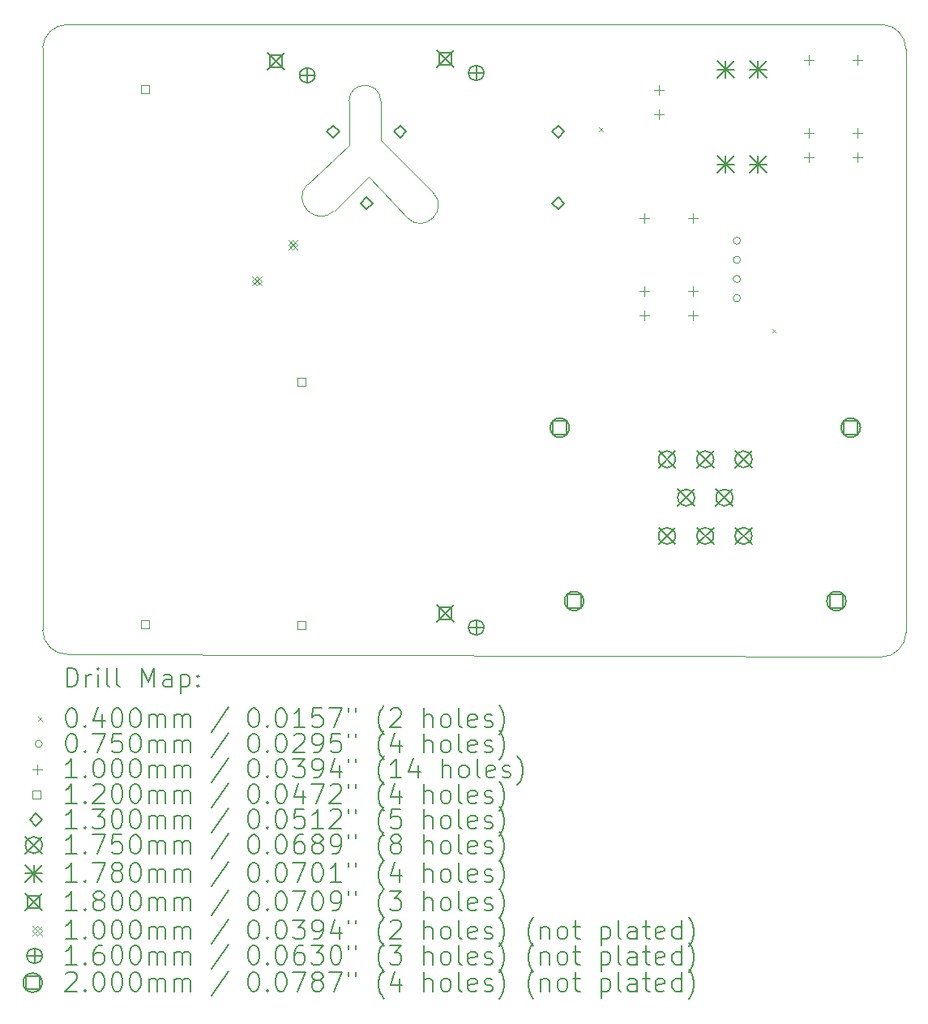
<source format=gbr>
%TF.GenerationSoftware,KiCad,Pcbnew,(6.0.7)*%
%TF.CreationDate,2022-11-28T12:12:10-05:00*%
%TF.ProjectId,pacman,7061636d-616e-42e6-9b69-6361645f7063,rev?*%
%TF.SameCoordinates,Original*%
%TF.FileFunction,Drillmap*%
%TF.FilePolarity,Positive*%
%FSLAX45Y45*%
G04 Gerber Fmt 4.5, Leading zero omitted, Abs format (unit mm)*
G04 Created by KiCad (PCBNEW (6.0.7)) date 2022-11-28 12:12:10*
%MOMM*%
%LPD*%
G01*
G04 APERTURE LIST*
%ADD10C,0.100000*%
%ADD11C,0.050000*%
%ADD12C,0.200000*%
%ADD13C,0.040000*%
%ADD14C,0.075000*%
%ADD15C,0.120000*%
%ADD16C,0.130000*%
%ADD17C,0.175000*%
%ADD18C,0.178000*%
%ADD19C,0.180000*%
%ADD20C,0.160000*%
G04 APERTURE END LIST*
D10*
X14414500Y-6896100D02*
X14770100Y-6540500D01*
X15176500Y-6972300D02*
G75*
G03*
X15443200Y-6705600I133350J133350D01*
G01*
X15443200Y-6705600D02*
X14897100Y-6159500D01*
X14135100Y-6616700D02*
G75*
G03*
X14414500Y-6896100I139700J-139700D01*
G01*
D11*
X11366495Y-11275795D02*
G75*
G03*
X11620500Y-11529795I254005J5D01*
G01*
D10*
X15176500Y-6972300D02*
X14770100Y-6540500D01*
X20142200Y-4953000D02*
X11620500Y-4953000D01*
X20383500Y-11303000D02*
X20383500Y-5207000D01*
D11*
X20383496Y-5207000D02*
G75*
G03*
X20142200Y-4953000I-255756J-1350D01*
G01*
D10*
X14897100Y-5753100D02*
G75*
G03*
X14566900Y-5753100I-165100J0D01*
G01*
X14897100Y-6159500D02*
X14897100Y-5753100D01*
X11366500Y-5192495D02*
X11366500Y-11275795D01*
X14135100Y-6616700D02*
X14566900Y-6210300D01*
X14566900Y-5753100D02*
X14566900Y-6210300D01*
D11*
X11620500Y-4953001D02*
G75*
G03*
X11366500Y-5192495I0J-254439D01*
G01*
D10*
X11620500Y-11529795D02*
X20129500Y-11557000D01*
D11*
X20129500Y-11557000D02*
G75*
G03*
X20383500Y-11303000I0J254000D01*
G01*
D12*
D13*
X17175800Y-6025200D02*
X17215800Y-6065200D01*
X17215800Y-6025200D02*
X17175800Y-6065200D01*
X18987061Y-8130619D02*
X19027061Y-8170619D01*
X19027061Y-8130619D02*
X18987061Y-8170619D01*
D14*
X18655700Y-7210500D02*
G75*
G03*
X18655700Y-7210500I-37500J0D01*
G01*
X18655700Y-7410500D02*
G75*
G03*
X18655700Y-7410500I-37500J0D01*
G01*
X18655700Y-7610500D02*
G75*
G03*
X18655700Y-7610500I-37500J0D01*
G01*
X18655700Y-7810500D02*
G75*
G03*
X18655700Y-7810500I-37500J0D01*
G01*
D10*
X17653000Y-6922300D02*
X17653000Y-7022300D01*
X17603000Y-6972300D02*
X17703000Y-6972300D01*
X17653000Y-7684300D02*
X17653000Y-7784300D01*
X17603000Y-7734300D02*
X17703000Y-7734300D01*
X17653000Y-7938300D02*
X17653000Y-8038300D01*
X17603000Y-7988300D02*
X17703000Y-7988300D01*
X17805400Y-5588800D02*
X17805400Y-5688800D01*
X17755400Y-5638800D02*
X17855400Y-5638800D01*
X17805400Y-5838800D02*
X17805400Y-5938800D01*
X17755400Y-5888800D02*
X17855400Y-5888800D01*
X18161000Y-6922300D02*
X18161000Y-7022300D01*
X18111000Y-6972300D02*
X18211000Y-6972300D01*
X18161000Y-7684300D02*
X18161000Y-7784300D01*
X18111000Y-7734300D02*
X18211000Y-7734300D01*
X18161000Y-7938300D02*
X18161000Y-8038300D01*
X18111000Y-7988300D02*
X18211000Y-7988300D01*
X19366950Y-5271750D02*
X19366950Y-5371750D01*
X19316950Y-5321750D02*
X19416950Y-5321750D01*
X19366950Y-6033750D02*
X19366950Y-6133750D01*
X19316950Y-6083750D02*
X19416950Y-6083750D01*
X19366950Y-6287750D02*
X19366950Y-6387750D01*
X19316950Y-6337750D02*
X19416950Y-6337750D01*
X19874950Y-5271750D02*
X19874950Y-5371750D01*
X19824950Y-5321750D02*
X19924950Y-5321750D01*
X19874950Y-6033750D02*
X19874950Y-6133750D01*
X19824950Y-6083750D02*
X19924950Y-6083750D01*
X19874950Y-6287750D02*
X19874950Y-6387750D01*
X19824950Y-6337750D02*
X19924950Y-6337750D01*
D15*
X12475727Y-5668527D02*
X12475727Y-5583673D01*
X12390873Y-5583673D01*
X12390873Y-5668527D01*
X12475727Y-5668527D01*
X12475727Y-11256527D02*
X12475727Y-11171673D01*
X12390873Y-11171673D01*
X12390873Y-11256527D01*
X12475727Y-11256527D01*
X14114027Y-8729227D02*
X14114027Y-8644373D01*
X14029173Y-8644373D01*
X14029173Y-8729227D01*
X14114027Y-8729227D01*
X14114027Y-11269227D02*
X14114027Y-11184373D01*
X14029173Y-11184373D01*
X14029173Y-11269227D01*
X14114027Y-11269227D01*
D16*
X14401300Y-6135600D02*
X14466300Y-6070600D01*
X14401300Y-6005600D01*
X14336300Y-6070600D01*
X14401300Y-6135600D01*
X14751300Y-6885600D02*
X14816300Y-6820600D01*
X14751300Y-6755600D01*
X14686300Y-6820600D01*
X14751300Y-6885600D01*
X15101300Y-6135600D02*
X15166300Y-6070600D01*
X15101300Y-6005600D01*
X15036300Y-6070600D01*
X15101300Y-6135600D01*
X16751300Y-6135600D02*
X16816300Y-6070600D01*
X16751300Y-6005600D01*
X16686300Y-6070600D01*
X16751300Y-6135600D01*
X16751300Y-6885600D02*
X16816300Y-6820600D01*
X16751300Y-6755600D01*
X16686300Y-6820600D01*
X16751300Y-6885600D01*
D17*
X17800500Y-9405800D02*
X17975500Y-9580800D01*
X17975500Y-9405800D02*
X17800500Y-9580800D01*
X17975500Y-9493300D02*
G75*
G03*
X17975500Y-9493300I-87500J0D01*
G01*
X17800500Y-10205800D02*
X17975500Y-10380800D01*
X17975500Y-10205800D02*
X17800500Y-10380800D01*
X17975500Y-10293300D02*
G75*
G03*
X17975500Y-10293300I-87500J0D01*
G01*
X18000500Y-9805800D02*
X18175500Y-9980800D01*
X18175500Y-9805800D02*
X18000500Y-9980800D01*
X18175500Y-9893300D02*
G75*
G03*
X18175500Y-9893300I-87500J0D01*
G01*
X18200500Y-9405800D02*
X18375500Y-9580800D01*
X18375500Y-9405800D02*
X18200500Y-9580800D01*
X18375500Y-9493300D02*
G75*
G03*
X18375500Y-9493300I-87500J0D01*
G01*
X18200500Y-10205800D02*
X18375500Y-10380800D01*
X18375500Y-10205800D02*
X18200500Y-10380800D01*
X18375500Y-10293300D02*
G75*
G03*
X18375500Y-10293300I-87500J0D01*
G01*
X18400500Y-9805800D02*
X18575500Y-9980800D01*
X18575500Y-9805800D02*
X18400500Y-9980800D01*
X18575500Y-9893300D02*
G75*
G03*
X18575500Y-9893300I-87500J0D01*
G01*
X18600500Y-9405800D02*
X18775500Y-9580800D01*
X18775500Y-9405800D02*
X18600500Y-9580800D01*
X18775500Y-9493300D02*
G75*
G03*
X18775500Y-9493300I-87500J0D01*
G01*
X18600500Y-10205800D02*
X18775500Y-10380800D01*
X18775500Y-10205800D02*
X18600500Y-10380800D01*
X18775500Y-10293300D02*
G75*
G03*
X18775500Y-10293300I-87500J0D01*
G01*
D18*
X18410000Y-5333200D02*
X18588000Y-5511200D01*
X18588000Y-5333200D02*
X18410000Y-5511200D01*
X18499000Y-5333200D02*
X18499000Y-5511200D01*
X18410000Y-5422200D02*
X18588000Y-5422200D01*
X18410000Y-6325200D02*
X18588000Y-6503200D01*
X18588000Y-6325200D02*
X18410000Y-6503200D01*
X18499000Y-6325200D02*
X18499000Y-6503200D01*
X18410000Y-6414200D02*
X18588000Y-6414200D01*
X18750000Y-5333200D02*
X18928000Y-5511200D01*
X18928000Y-5333200D02*
X18750000Y-5511200D01*
X18839000Y-5333200D02*
X18839000Y-5511200D01*
X18750000Y-5422200D02*
X18928000Y-5422200D01*
X18750000Y-6325200D02*
X18928000Y-6503200D01*
X18928000Y-6325200D02*
X18750000Y-6503200D01*
X18839000Y-6325200D02*
X18839000Y-6503200D01*
X18750000Y-6414200D02*
X18928000Y-6414200D01*
D19*
X13714900Y-5244000D02*
X13894900Y-5424000D01*
X13894900Y-5244000D02*
X13714900Y-5424000D01*
X13868540Y-5397640D02*
X13868540Y-5270360D01*
X13741260Y-5270360D01*
X13741260Y-5397640D01*
X13868540Y-5397640D01*
X15480200Y-5218600D02*
X15660200Y-5398600D01*
X15660200Y-5218600D02*
X15480200Y-5398600D01*
X15633840Y-5372240D02*
X15633840Y-5244960D01*
X15506560Y-5244960D01*
X15506560Y-5372240D01*
X15633840Y-5372240D01*
X15480200Y-11009800D02*
X15660200Y-11189800D01*
X15660200Y-11009800D02*
X15480200Y-11189800D01*
X15633840Y-11163440D02*
X15633840Y-11036160D01*
X15506560Y-11036160D01*
X15506560Y-11163440D01*
X15633840Y-11163440D01*
D10*
X13553200Y-7581200D02*
X13653200Y-7681200D01*
X13653200Y-7581200D02*
X13553200Y-7681200D01*
X13603200Y-7681200D02*
X13653200Y-7631200D01*
X13603200Y-7581200D01*
X13553200Y-7631200D01*
X13603200Y-7681200D01*
X13931200Y-7203200D02*
X14031200Y-7303200D01*
X14031200Y-7203200D02*
X13931200Y-7303200D01*
X13981200Y-7303200D02*
X14031200Y-7253200D01*
X13981200Y-7203200D01*
X13931200Y-7253200D01*
X13981200Y-7303200D01*
D20*
X14129900Y-5404000D02*
X14129900Y-5564000D01*
X14049900Y-5484000D02*
X14209900Y-5484000D01*
X14209900Y-5484000D02*
G75*
G03*
X14209900Y-5484000I-80000J0D01*
G01*
X15895200Y-5378600D02*
X15895200Y-5538600D01*
X15815200Y-5458600D02*
X15975200Y-5458600D01*
X15975200Y-5458600D02*
G75*
G03*
X15975200Y-5458600I-80000J0D01*
G01*
X15895200Y-11169800D02*
X15895200Y-11329800D01*
X15815200Y-11249800D02*
X15975200Y-11249800D01*
X15975200Y-11249800D02*
G75*
G03*
X15975200Y-11249800I-80000J0D01*
G01*
D12*
X16838711Y-9234011D02*
X16838711Y-9092589D01*
X16697289Y-9092589D01*
X16697289Y-9234011D01*
X16838711Y-9234011D01*
X16868000Y-9163300D02*
G75*
G03*
X16868000Y-9163300I-100000J0D01*
G01*
X16988711Y-11044011D02*
X16988711Y-10902589D01*
X16847289Y-10902589D01*
X16847289Y-11044011D01*
X16988711Y-11044011D01*
X17018000Y-10973300D02*
G75*
G03*
X17018000Y-10973300I-100000J0D01*
G01*
X19728711Y-11044011D02*
X19728711Y-10902589D01*
X19587289Y-10902589D01*
X19587289Y-11044011D01*
X19728711Y-11044011D01*
X19758000Y-10973300D02*
G75*
G03*
X19758000Y-10973300I-100000J0D01*
G01*
X19878711Y-9234011D02*
X19878711Y-9092589D01*
X19737289Y-9092589D01*
X19737289Y-9234011D01*
X19878711Y-9234011D01*
X19908000Y-9163300D02*
G75*
G03*
X19908000Y-9163300I-100000J0D01*
G01*
X11619119Y-11872476D02*
X11619119Y-11672476D01*
X11666738Y-11672476D01*
X11695309Y-11682000D01*
X11714357Y-11701048D01*
X11723881Y-11720095D01*
X11733405Y-11758190D01*
X11733405Y-11786762D01*
X11723881Y-11824857D01*
X11714357Y-11843905D01*
X11695309Y-11862952D01*
X11666738Y-11872476D01*
X11619119Y-11872476D01*
X11819119Y-11872476D02*
X11819119Y-11739143D01*
X11819119Y-11777238D02*
X11828643Y-11758190D01*
X11838167Y-11748667D01*
X11857214Y-11739143D01*
X11876262Y-11739143D01*
X11942928Y-11872476D02*
X11942928Y-11739143D01*
X11942928Y-11672476D02*
X11933405Y-11682000D01*
X11942928Y-11691524D01*
X11952452Y-11682000D01*
X11942928Y-11672476D01*
X11942928Y-11691524D01*
X12066738Y-11872476D02*
X12047690Y-11862952D01*
X12038167Y-11843905D01*
X12038167Y-11672476D01*
X12171500Y-11872476D02*
X12152452Y-11862952D01*
X12142928Y-11843905D01*
X12142928Y-11672476D01*
X12400071Y-11872476D02*
X12400071Y-11672476D01*
X12466738Y-11815333D01*
X12533405Y-11672476D01*
X12533405Y-11872476D01*
X12714357Y-11872476D02*
X12714357Y-11767714D01*
X12704833Y-11748667D01*
X12685786Y-11739143D01*
X12647690Y-11739143D01*
X12628643Y-11748667D01*
X12714357Y-11862952D02*
X12695309Y-11872476D01*
X12647690Y-11872476D01*
X12628643Y-11862952D01*
X12619119Y-11843905D01*
X12619119Y-11824857D01*
X12628643Y-11805809D01*
X12647690Y-11796286D01*
X12695309Y-11796286D01*
X12714357Y-11786762D01*
X12809595Y-11739143D02*
X12809595Y-11939143D01*
X12809595Y-11748667D02*
X12828643Y-11739143D01*
X12866738Y-11739143D01*
X12885786Y-11748667D01*
X12895309Y-11758190D01*
X12904833Y-11777238D01*
X12904833Y-11834381D01*
X12895309Y-11853428D01*
X12885786Y-11862952D01*
X12866738Y-11872476D01*
X12828643Y-11872476D01*
X12809595Y-11862952D01*
X12990548Y-11853428D02*
X13000071Y-11862952D01*
X12990548Y-11872476D01*
X12981024Y-11862952D01*
X12990548Y-11853428D01*
X12990548Y-11872476D01*
X12990548Y-11748667D02*
X13000071Y-11758190D01*
X12990548Y-11767714D01*
X12981024Y-11758190D01*
X12990548Y-11748667D01*
X12990548Y-11767714D01*
D13*
X11321500Y-12182000D02*
X11361500Y-12222000D01*
X11361500Y-12182000D02*
X11321500Y-12222000D01*
D12*
X11657214Y-12092476D02*
X11676262Y-12092476D01*
X11695309Y-12102000D01*
X11704833Y-12111524D01*
X11714357Y-12130571D01*
X11723881Y-12168667D01*
X11723881Y-12216286D01*
X11714357Y-12254381D01*
X11704833Y-12273428D01*
X11695309Y-12282952D01*
X11676262Y-12292476D01*
X11657214Y-12292476D01*
X11638167Y-12282952D01*
X11628643Y-12273428D01*
X11619119Y-12254381D01*
X11609595Y-12216286D01*
X11609595Y-12168667D01*
X11619119Y-12130571D01*
X11628643Y-12111524D01*
X11638167Y-12102000D01*
X11657214Y-12092476D01*
X11809595Y-12273428D02*
X11819119Y-12282952D01*
X11809595Y-12292476D01*
X11800071Y-12282952D01*
X11809595Y-12273428D01*
X11809595Y-12292476D01*
X11990548Y-12159143D02*
X11990548Y-12292476D01*
X11942928Y-12082952D02*
X11895309Y-12225809D01*
X12019119Y-12225809D01*
X12133405Y-12092476D02*
X12152452Y-12092476D01*
X12171500Y-12102000D01*
X12181024Y-12111524D01*
X12190548Y-12130571D01*
X12200071Y-12168667D01*
X12200071Y-12216286D01*
X12190548Y-12254381D01*
X12181024Y-12273428D01*
X12171500Y-12282952D01*
X12152452Y-12292476D01*
X12133405Y-12292476D01*
X12114357Y-12282952D01*
X12104833Y-12273428D01*
X12095309Y-12254381D01*
X12085786Y-12216286D01*
X12085786Y-12168667D01*
X12095309Y-12130571D01*
X12104833Y-12111524D01*
X12114357Y-12102000D01*
X12133405Y-12092476D01*
X12323881Y-12092476D02*
X12342928Y-12092476D01*
X12361976Y-12102000D01*
X12371500Y-12111524D01*
X12381024Y-12130571D01*
X12390548Y-12168667D01*
X12390548Y-12216286D01*
X12381024Y-12254381D01*
X12371500Y-12273428D01*
X12361976Y-12282952D01*
X12342928Y-12292476D01*
X12323881Y-12292476D01*
X12304833Y-12282952D01*
X12295309Y-12273428D01*
X12285786Y-12254381D01*
X12276262Y-12216286D01*
X12276262Y-12168667D01*
X12285786Y-12130571D01*
X12295309Y-12111524D01*
X12304833Y-12102000D01*
X12323881Y-12092476D01*
X12476262Y-12292476D02*
X12476262Y-12159143D01*
X12476262Y-12178190D02*
X12485786Y-12168667D01*
X12504833Y-12159143D01*
X12533405Y-12159143D01*
X12552452Y-12168667D01*
X12561976Y-12187714D01*
X12561976Y-12292476D01*
X12561976Y-12187714D02*
X12571500Y-12168667D01*
X12590548Y-12159143D01*
X12619119Y-12159143D01*
X12638167Y-12168667D01*
X12647690Y-12187714D01*
X12647690Y-12292476D01*
X12742928Y-12292476D02*
X12742928Y-12159143D01*
X12742928Y-12178190D02*
X12752452Y-12168667D01*
X12771500Y-12159143D01*
X12800071Y-12159143D01*
X12819119Y-12168667D01*
X12828643Y-12187714D01*
X12828643Y-12292476D01*
X12828643Y-12187714D02*
X12838167Y-12168667D01*
X12857214Y-12159143D01*
X12885786Y-12159143D01*
X12904833Y-12168667D01*
X12914357Y-12187714D01*
X12914357Y-12292476D01*
X13304833Y-12082952D02*
X13133405Y-12340095D01*
X13561976Y-12092476D02*
X13581024Y-12092476D01*
X13600071Y-12102000D01*
X13609595Y-12111524D01*
X13619119Y-12130571D01*
X13628643Y-12168667D01*
X13628643Y-12216286D01*
X13619119Y-12254381D01*
X13609595Y-12273428D01*
X13600071Y-12282952D01*
X13581024Y-12292476D01*
X13561976Y-12292476D01*
X13542928Y-12282952D01*
X13533405Y-12273428D01*
X13523881Y-12254381D01*
X13514357Y-12216286D01*
X13514357Y-12168667D01*
X13523881Y-12130571D01*
X13533405Y-12111524D01*
X13542928Y-12102000D01*
X13561976Y-12092476D01*
X13714357Y-12273428D02*
X13723881Y-12282952D01*
X13714357Y-12292476D01*
X13704833Y-12282952D01*
X13714357Y-12273428D01*
X13714357Y-12292476D01*
X13847690Y-12092476D02*
X13866738Y-12092476D01*
X13885786Y-12102000D01*
X13895309Y-12111524D01*
X13904833Y-12130571D01*
X13914357Y-12168667D01*
X13914357Y-12216286D01*
X13904833Y-12254381D01*
X13895309Y-12273428D01*
X13885786Y-12282952D01*
X13866738Y-12292476D01*
X13847690Y-12292476D01*
X13828643Y-12282952D01*
X13819119Y-12273428D01*
X13809595Y-12254381D01*
X13800071Y-12216286D01*
X13800071Y-12168667D01*
X13809595Y-12130571D01*
X13819119Y-12111524D01*
X13828643Y-12102000D01*
X13847690Y-12092476D01*
X14104833Y-12292476D02*
X13990548Y-12292476D01*
X14047690Y-12292476D02*
X14047690Y-12092476D01*
X14028643Y-12121048D01*
X14009595Y-12140095D01*
X13990548Y-12149619D01*
X14285786Y-12092476D02*
X14190548Y-12092476D01*
X14181024Y-12187714D01*
X14190548Y-12178190D01*
X14209595Y-12168667D01*
X14257214Y-12168667D01*
X14276262Y-12178190D01*
X14285786Y-12187714D01*
X14295309Y-12206762D01*
X14295309Y-12254381D01*
X14285786Y-12273428D01*
X14276262Y-12282952D01*
X14257214Y-12292476D01*
X14209595Y-12292476D01*
X14190548Y-12282952D01*
X14181024Y-12273428D01*
X14361976Y-12092476D02*
X14495309Y-12092476D01*
X14409595Y-12292476D01*
X14561976Y-12092476D02*
X14561976Y-12130571D01*
X14638167Y-12092476D02*
X14638167Y-12130571D01*
X14933405Y-12368667D02*
X14923881Y-12359143D01*
X14904833Y-12330571D01*
X14895309Y-12311524D01*
X14885786Y-12282952D01*
X14876262Y-12235333D01*
X14876262Y-12197238D01*
X14885786Y-12149619D01*
X14895309Y-12121048D01*
X14904833Y-12102000D01*
X14923881Y-12073428D01*
X14933405Y-12063905D01*
X15000071Y-12111524D02*
X15009595Y-12102000D01*
X15028643Y-12092476D01*
X15076262Y-12092476D01*
X15095309Y-12102000D01*
X15104833Y-12111524D01*
X15114357Y-12130571D01*
X15114357Y-12149619D01*
X15104833Y-12178190D01*
X14990548Y-12292476D01*
X15114357Y-12292476D01*
X15352452Y-12292476D02*
X15352452Y-12092476D01*
X15438167Y-12292476D02*
X15438167Y-12187714D01*
X15428643Y-12168667D01*
X15409595Y-12159143D01*
X15381024Y-12159143D01*
X15361976Y-12168667D01*
X15352452Y-12178190D01*
X15561976Y-12292476D02*
X15542928Y-12282952D01*
X15533405Y-12273428D01*
X15523881Y-12254381D01*
X15523881Y-12197238D01*
X15533405Y-12178190D01*
X15542928Y-12168667D01*
X15561976Y-12159143D01*
X15590548Y-12159143D01*
X15609595Y-12168667D01*
X15619119Y-12178190D01*
X15628643Y-12197238D01*
X15628643Y-12254381D01*
X15619119Y-12273428D01*
X15609595Y-12282952D01*
X15590548Y-12292476D01*
X15561976Y-12292476D01*
X15742928Y-12292476D02*
X15723881Y-12282952D01*
X15714357Y-12263905D01*
X15714357Y-12092476D01*
X15895309Y-12282952D02*
X15876262Y-12292476D01*
X15838167Y-12292476D01*
X15819119Y-12282952D01*
X15809595Y-12263905D01*
X15809595Y-12187714D01*
X15819119Y-12168667D01*
X15838167Y-12159143D01*
X15876262Y-12159143D01*
X15895309Y-12168667D01*
X15904833Y-12187714D01*
X15904833Y-12206762D01*
X15809595Y-12225809D01*
X15981024Y-12282952D02*
X16000071Y-12292476D01*
X16038167Y-12292476D01*
X16057214Y-12282952D01*
X16066738Y-12263905D01*
X16066738Y-12254381D01*
X16057214Y-12235333D01*
X16038167Y-12225809D01*
X16009595Y-12225809D01*
X15990548Y-12216286D01*
X15981024Y-12197238D01*
X15981024Y-12187714D01*
X15990548Y-12168667D01*
X16009595Y-12159143D01*
X16038167Y-12159143D01*
X16057214Y-12168667D01*
X16133405Y-12368667D02*
X16142928Y-12359143D01*
X16161976Y-12330571D01*
X16171500Y-12311524D01*
X16181024Y-12282952D01*
X16190548Y-12235333D01*
X16190548Y-12197238D01*
X16181024Y-12149619D01*
X16171500Y-12121048D01*
X16161976Y-12102000D01*
X16142928Y-12073428D01*
X16133405Y-12063905D01*
D14*
X11361500Y-12466000D02*
G75*
G03*
X11361500Y-12466000I-37500J0D01*
G01*
D12*
X11657214Y-12356476D02*
X11676262Y-12356476D01*
X11695309Y-12366000D01*
X11704833Y-12375524D01*
X11714357Y-12394571D01*
X11723881Y-12432667D01*
X11723881Y-12480286D01*
X11714357Y-12518381D01*
X11704833Y-12537428D01*
X11695309Y-12546952D01*
X11676262Y-12556476D01*
X11657214Y-12556476D01*
X11638167Y-12546952D01*
X11628643Y-12537428D01*
X11619119Y-12518381D01*
X11609595Y-12480286D01*
X11609595Y-12432667D01*
X11619119Y-12394571D01*
X11628643Y-12375524D01*
X11638167Y-12366000D01*
X11657214Y-12356476D01*
X11809595Y-12537428D02*
X11819119Y-12546952D01*
X11809595Y-12556476D01*
X11800071Y-12546952D01*
X11809595Y-12537428D01*
X11809595Y-12556476D01*
X11885786Y-12356476D02*
X12019119Y-12356476D01*
X11933405Y-12556476D01*
X12190548Y-12356476D02*
X12095309Y-12356476D01*
X12085786Y-12451714D01*
X12095309Y-12442190D01*
X12114357Y-12432667D01*
X12161976Y-12432667D01*
X12181024Y-12442190D01*
X12190548Y-12451714D01*
X12200071Y-12470762D01*
X12200071Y-12518381D01*
X12190548Y-12537428D01*
X12181024Y-12546952D01*
X12161976Y-12556476D01*
X12114357Y-12556476D01*
X12095309Y-12546952D01*
X12085786Y-12537428D01*
X12323881Y-12356476D02*
X12342928Y-12356476D01*
X12361976Y-12366000D01*
X12371500Y-12375524D01*
X12381024Y-12394571D01*
X12390548Y-12432667D01*
X12390548Y-12480286D01*
X12381024Y-12518381D01*
X12371500Y-12537428D01*
X12361976Y-12546952D01*
X12342928Y-12556476D01*
X12323881Y-12556476D01*
X12304833Y-12546952D01*
X12295309Y-12537428D01*
X12285786Y-12518381D01*
X12276262Y-12480286D01*
X12276262Y-12432667D01*
X12285786Y-12394571D01*
X12295309Y-12375524D01*
X12304833Y-12366000D01*
X12323881Y-12356476D01*
X12476262Y-12556476D02*
X12476262Y-12423143D01*
X12476262Y-12442190D02*
X12485786Y-12432667D01*
X12504833Y-12423143D01*
X12533405Y-12423143D01*
X12552452Y-12432667D01*
X12561976Y-12451714D01*
X12561976Y-12556476D01*
X12561976Y-12451714D02*
X12571500Y-12432667D01*
X12590548Y-12423143D01*
X12619119Y-12423143D01*
X12638167Y-12432667D01*
X12647690Y-12451714D01*
X12647690Y-12556476D01*
X12742928Y-12556476D02*
X12742928Y-12423143D01*
X12742928Y-12442190D02*
X12752452Y-12432667D01*
X12771500Y-12423143D01*
X12800071Y-12423143D01*
X12819119Y-12432667D01*
X12828643Y-12451714D01*
X12828643Y-12556476D01*
X12828643Y-12451714D02*
X12838167Y-12432667D01*
X12857214Y-12423143D01*
X12885786Y-12423143D01*
X12904833Y-12432667D01*
X12914357Y-12451714D01*
X12914357Y-12556476D01*
X13304833Y-12346952D02*
X13133405Y-12604095D01*
X13561976Y-12356476D02*
X13581024Y-12356476D01*
X13600071Y-12366000D01*
X13609595Y-12375524D01*
X13619119Y-12394571D01*
X13628643Y-12432667D01*
X13628643Y-12480286D01*
X13619119Y-12518381D01*
X13609595Y-12537428D01*
X13600071Y-12546952D01*
X13581024Y-12556476D01*
X13561976Y-12556476D01*
X13542928Y-12546952D01*
X13533405Y-12537428D01*
X13523881Y-12518381D01*
X13514357Y-12480286D01*
X13514357Y-12432667D01*
X13523881Y-12394571D01*
X13533405Y-12375524D01*
X13542928Y-12366000D01*
X13561976Y-12356476D01*
X13714357Y-12537428D02*
X13723881Y-12546952D01*
X13714357Y-12556476D01*
X13704833Y-12546952D01*
X13714357Y-12537428D01*
X13714357Y-12556476D01*
X13847690Y-12356476D02*
X13866738Y-12356476D01*
X13885786Y-12366000D01*
X13895309Y-12375524D01*
X13904833Y-12394571D01*
X13914357Y-12432667D01*
X13914357Y-12480286D01*
X13904833Y-12518381D01*
X13895309Y-12537428D01*
X13885786Y-12546952D01*
X13866738Y-12556476D01*
X13847690Y-12556476D01*
X13828643Y-12546952D01*
X13819119Y-12537428D01*
X13809595Y-12518381D01*
X13800071Y-12480286D01*
X13800071Y-12432667D01*
X13809595Y-12394571D01*
X13819119Y-12375524D01*
X13828643Y-12366000D01*
X13847690Y-12356476D01*
X13990548Y-12375524D02*
X14000071Y-12366000D01*
X14019119Y-12356476D01*
X14066738Y-12356476D01*
X14085786Y-12366000D01*
X14095309Y-12375524D01*
X14104833Y-12394571D01*
X14104833Y-12413619D01*
X14095309Y-12442190D01*
X13981024Y-12556476D01*
X14104833Y-12556476D01*
X14200071Y-12556476D02*
X14238167Y-12556476D01*
X14257214Y-12546952D01*
X14266738Y-12537428D01*
X14285786Y-12508857D01*
X14295309Y-12470762D01*
X14295309Y-12394571D01*
X14285786Y-12375524D01*
X14276262Y-12366000D01*
X14257214Y-12356476D01*
X14219119Y-12356476D01*
X14200071Y-12366000D01*
X14190548Y-12375524D01*
X14181024Y-12394571D01*
X14181024Y-12442190D01*
X14190548Y-12461238D01*
X14200071Y-12470762D01*
X14219119Y-12480286D01*
X14257214Y-12480286D01*
X14276262Y-12470762D01*
X14285786Y-12461238D01*
X14295309Y-12442190D01*
X14476262Y-12356476D02*
X14381024Y-12356476D01*
X14371500Y-12451714D01*
X14381024Y-12442190D01*
X14400071Y-12432667D01*
X14447690Y-12432667D01*
X14466738Y-12442190D01*
X14476262Y-12451714D01*
X14485786Y-12470762D01*
X14485786Y-12518381D01*
X14476262Y-12537428D01*
X14466738Y-12546952D01*
X14447690Y-12556476D01*
X14400071Y-12556476D01*
X14381024Y-12546952D01*
X14371500Y-12537428D01*
X14561976Y-12356476D02*
X14561976Y-12394571D01*
X14638167Y-12356476D02*
X14638167Y-12394571D01*
X14933405Y-12632667D02*
X14923881Y-12623143D01*
X14904833Y-12594571D01*
X14895309Y-12575524D01*
X14885786Y-12546952D01*
X14876262Y-12499333D01*
X14876262Y-12461238D01*
X14885786Y-12413619D01*
X14895309Y-12385048D01*
X14904833Y-12366000D01*
X14923881Y-12337428D01*
X14933405Y-12327905D01*
X15095309Y-12423143D02*
X15095309Y-12556476D01*
X15047690Y-12346952D02*
X15000071Y-12489809D01*
X15123881Y-12489809D01*
X15352452Y-12556476D02*
X15352452Y-12356476D01*
X15438167Y-12556476D02*
X15438167Y-12451714D01*
X15428643Y-12432667D01*
X15409595Y-12423143D01*
X15381024Y-12423143D01*
X15361976Y-12432667D01*
X15352452Y-12442190D01*
X15561976Y-12556476D02*
X15542928Y-12546952D01*
X15533405Y-12537428D01*
X15523881Y-12518381D01*
X15523881Y-12461238D01*
X15533405Y-12442190D01*
X15542928Y-12432667D01*
X15561976Y-12423143D01*
X15590548Y-12423143D01*
X15609595Y-12432667D01*
X15619119Y-12442190D01*
X15628643Y-12461238D01*
X15628643Y-12518381D01*
X15619119Y-12537428D01*
X15609595Y-12546952D01*
X15590548Y-12556476D01*
X15561976Y-12556476D01*
X15742928Y-12556476D02*
X15723881Y-12546952D01*
X15714357Y-12527905D01*
X15714357Y-12356476D01*
X15895309Y-12546952D02*
X15876262Y-12556476D01*
X15838167Y-12556476D01*
X15819119Y-12546952D01*
X15809595Y-12527905D01*
X15809595Y-12451714D01*
X15819119Y-12432667D01*
X15838167Y-12423143D01*
X15876262Y-12423143D01*
X15895309Y-12432667D01*
X15904833Y-12451714D01*
X15904833Y-12470762D01*
X15809595Y-12489809D01*
X15981024Y-12546952D02*
X16000071Y-12556476D01*
X16038167Y-12556476D01*
X16057214Y-12546952D01*
X16066738Y-12527905D01*
X16066738Y-12518381D01*
X16057214Y-12499333D01*
X16038167Y-12489809D01*
X16009595Y-12489809D01*
X15990548Y-12480286D01*
X15981024Y-12461238D01*
X15981024Y-12451714D01*
X15990548Y-12432667D01*
X16009595Y-12423143D01*
X16038167Y-12423143D01*
X16057214Y-12432667D01*
X16133405Y-12632667D02*
X16142928Y-12623143D01*
X16161976Y-12594571D01*
X16171500Y-12575524D01*
X16181024Y-12546952D01*
X16190548Y-12499333D01*
X16190548Y-12461238D01*
X16181024Y-12413619D01*
X16171500Y-12385048D01*
X16161976Y-12366000D01*
X16142928Y-12337428D01*
X16133405Y-12327905D01*
D10*
X11311500Y-12680000D02*
X11311500Y-12780000D01*
X11261500Y-12730000D02*
X11361500Y-12730000D01*
D12*
X11723881Y-12820476D02*
X11609595Y-12820476D01*
X11666738Y-12820476D02*
X11666738Y-12620476D01*
X11647690Y-12649048D01*
X11628643Y-12668095D01*
X11609595Y-12677619D01*
X11809595Y-12801428D02*
X11819119Y-12810952D01*
X11809595Y-12820476D01*
X11800071Y-12810952D01*
X11809595Y-12801428D01*
X11809595Y-12820476D01*
X11942928Y-12620476D02*
X11961976Y-12620476D01*
X11981024Y-12630000D01*
X11990548Y-12639524D01*
X12000071Y-12658571D01*
X12009595Y-12696667D01*
X12009595Y-12744286D01*
X12000071Y-12782381D01*
X11990548Y-12801428D01*
X11981024Y-12810952D01*
X11961976Y-12820476D01*
X11942928Y-12820476D01*
X11923881Y-12810952D01*
X11914357Y-12801428D01*
X11904833Y-12782381D01*
X11895309Y-12744286D01*
X11895309Y-12696667D01*
X11904833Y-12658571D01*
X11914357Y-12639524D01*
X11923881Y-12630000D01*
X11942928Y-12620476D01*
X12133405Y-12620476D02*
X12152452Y-12620476D01*
X12171500Y-12630000D01*
X12181024Y-12639524D01*
X12190548Y-12658571D01*
X12200071Y-12696667D01*
X12200071Y-12744286D01*
X12190548Y-12782381D01*
X12181024Y-12801428D01*
X12171500Y-12810952D01*
X12152452Y-12820476D01*
X12133405Y-12820476D01*
X12114357Y-12810952D01*
X12104833Y-12801428D01*
X12095309Y-12782381D01*
X12085786Y-12744286D01*
X12085786Y-12696667D01*
X12095309Y-12658571D01*
X12104833Y-12639524D01*
X12114357Y-12630000D01*
X12133405Y-12620476D01*
X12323881Y-12620476D02*
X12342928Y-12620476D01*
X12361976Y-12630000D01*
X12371500Y-12639524D01*
X12381024Y-12658571D01*
X12390548Y-12696667D01*
X12390548Y-12744286D01*
X12381024Y-12782381D01*
X12371500Y-12801428D01*
X12361976Y-12810952D01*
X12342928Y-12820476D01*
X12323881Y-12820476D01*
X12304833Y-12810952D01*
X12295309Y-12801428D01*
X12285786Y-12782381D01*
X12276262Y-12744286D01*
X12276262Y-12696667D01*
X12285786Y-12658571D01*
X12295309Y-12639524D01*
X12304833Y-12630000D01*
X12323881Y-12620476D01*
X12476262Y-12820476D02*
X12476262Y-12687143D01*
X12476262Y-12706190D02*
X12485786Y-12696667D01*
X12504833Y-12687143D01*
X12533405Y-12687143D01*
X12552452Y-12696667D01*
X12561976Y-12715714D01*
X12561976Y-12820476D01*
X12561976Y-12715714D02*
X12571500Y-12696667D01*
X12590548Y-12687143D01*
X12619119Y-12687143D01*
X12638167Y-12696667D01*
X12647690Y-12715714D01*
X12647690Y-12820476D01*
X12742928Y-12820476D02*
X12742928Y-12687143D01*
X12742928Y-12706190D02*
X12752452Y-12696667D01*
X12771500Y-12687143D01*
X12800071Y-12687143D01*
X12819119Y-12696667D01*
X12828643Y-12715714D01*
X12828643Y-12820476D01*
X12828643Y-12715714D02*
X12838167Y-12696667D01*
X12857214Y-12687143D01*
X12885786Y-12687143D01*
X12904833Y-12696667D01*
X12914357Y-12715714D01*
X12914357Y-12820476D01*
X13304833Y-12610952D02*
X13133405Y-12868095D01*
X13561976Y-12620476D02*
X13581024Y-12620476D01*
X13600071Y-12630000D01*
X13609595Y-12639524D01*
X13619119Y-12658571D01*
X13628643Y-12696667D01*
X13628643Y-12744286D01*
X13619119Y-12782381D01*
X13609595Y-12801428D01*
X13600071Y-12810952D01*
X13581024Y-12820476D01*
X13561976Y-12820476D01*
X13542928Y-12810952D01*
X13533405Y-12801428D01*
X13523881Y-12782381D01*
X13514357Y-12744286D01*
X13514357Y-12696667D01*
X13523881Y-12658571D01*
X13533405Y-12639524D01*
X13542928Y-12630000D01*
X13561976Y-12620476D01*
X13714357Y-12801428D02*
X13723881Y-12810952D01*
X13714357Y-12820476D01*
X13704833Y-12810952D01*
X13714357Y-12801428D01*
X13714357Y-12820476D01*
X13847690Y-12620476D02*
X13866738Y-12620476D01*
X13885786Y-12630000D01*
X13895309Y-12639524D01*
X13904833Y-12658571D01*
X13914357Y-12696667D01*
X13914357Y-12744286D01*
X13904833Y-12782381D01*
X13895309Y-12801428D01*
X13885786Y-12810952D01*
X13866738Y-12820476D01*
X13847690Y-12820476D01*
X13828643Y-12810952D01*
X13819119Y-12801428D01*
X13809595Y-12782381D01*
X13800071Y-12744286D01*
X13800071Y-12696667D01*
X13809595Y-12658571D01*
X13819119Y-12639524D01*
X13828643Y-12630000D01*
X13847690Y-12620476D01*
X13981024Y-12620476D02*
X14104833Y-12620476D01*
X14038167Y-12696667D01*
X14066738Y-12696667D01*
X14085786Y-12706190D01*
X14095309Y-12715714D01*
X14104833Y-12734762D01*
X14104833Y-12782381D01*
X14095309Y-12801428D01*
X14085786Y-12810952D01*
X14066738Y-12820476D01*
X14009595Y-12820476D01*
X13990548Y-12810952D01*
X13981024Y-12801428D01*
X14200071Y-12820476D02*
X14238167Y-12820476D01*
X14257214Y-12810952D01*
X14266738Y-12801428D01*
X14285786Y-12772857D01*
X14295309Y-12734762D01*
X14295309Y-12658571D01*
X14285786Y-12639524D01*
X14276262Y-12630000D01*
X14257214Y-12620476D01*
X14219119Y-12620476D01*
X14200071Y-12630000D01*
X14190548Y-12639524D01*
X14181024Y-12658571D01*
X14181024Y-12706190D01*
X14190548Y-12725238D01*
X14200071Y-12734762D01*
X14219119Y-12744286D01*
X14257214Y-12744286D01*
X14276262Y-12734762D01*
X14285786Y-12725238D01*
X14295309Y-12706190D01*
X14466738Y-12687143D02*
X14466738Y-12820476D01*
X14419119Y-12610952D02*
X14371500Y-12753809D01*
X14495309Y-12753809D01*
X14561976Y-12620476D02*
X14561976Y-12658571D01*
X14638167Y-12620476D02*
X14638167Y-12658571D01*
X14933405Y-12896667D02*
X14923881Y-12887143D01*
X14904833Y-12858571D01*
X14895309Y-12839524D01*
X14885786Y-12810952D01*
X14876262Y-12763333D01*
X14876262Y-12725238D01*
X14885786Y-12677619D01*
X14895309Y-12649048D01*
X14904833Y-12630000D01*
X14923881Y-12601428D01*
X14933405Y-12591905D01*
X15114357Y-12820476D02*
X15000071Y-12820476D01*
X15057214Y-12820476D02*
X15057214Y-12620476D01*
X15038167Y-12649048D01*
X15019119Y-12668095D01*
X15000071Y-12677619D01*
X15285786Y-12687143D02*
X15285786Y-12820476D01*
X15238167Y-12610952D02*
X15190548Y-12753809D01*
X15314357Y-12753809D01*
X15542928Y-12820476D02*
X15542928Y-12620476D01*
X15628643Y-12820476D02*
X15628643Y-12715714D01*
X15619119Y-12696667D01*
X15600071Y-12687143D01*
X15571500Y-12687143D01*
X15552452Y-12696667D01*
X15542928Y-12706190D01*
X15752452Y-12820476D02*
X15733405Y-12810952D01*
X15723881Y-12801428D01*
X15714357Y-12782381D01*
X15714357Y-12725238D01*
X15723881Y-12706190D01*
X15733405Y-12696667D01*
X15752452Y-12687143D01*
X15781024Y-12687143D01*
X15800071Y-12696667D01*
X15809595Y-12706190D01*
X15819119Y-12725238D01*
X15819119Y-12782381D01*
X15809595Y-12801428D01*
X15800071Y-12810952D01*
X15781024Y-12820476D01*
X15752452Y-12820476D01*
X15933405Y-12820476D02*
X15914357Y-12810952D01*
X15904833Y-12791905D01*
X15904833Y-12620476D01*
X16085786Y-12810952D02*
X16066738Y-12820476D01*
X16028643Y-12820476D01*
X16009595Y-12810952D01*
X16000071Y-12791905D01*
X16000071Y-12715714D01*
X16009595Y-12696667D01*
X16028643Y-12687143D01*
X16066738Y-12687143D01*
X16085786Y-12696667D01*
X16095309Y-12715714D01*
X16095309Y-12734762D01*
X16000071Y-12753809D01*
X16171500Y-12810952D02*
X16190548Y-12820476D01*
X16228643Y-12820476D01*
X16247690Y-12810952D01*
X16257214Y-12791905D01*
X16257214Y-12782381D01*
X16247690Y-12763333D01*
X16228643Y-12753809D01*
X16200071Y-12753809D01*
X16181024Y-12744286D01*
X16171500Y-12725238D01*
X16171500Y-12715714D01*
X16181024Y-12696667D01*
X16200071Y-12687143D01*
X16228643Y-12687143D01*
X16247690Y-12696667D01*
X16323881Y-12896667D02*
X16333405Y-12887143D01*
X16352452Y-12858571D01*
X16361976Y-12839524D01*
X16371500Y-12810952D01*
X16381024Y-12763333D01*
X16381024Y-12725238D01*
X16371500Y-12677619D01*
X16361976Y-12649048D01*
X16352452Y-12630000D01*
X16333405Y-12601428D01*
X16323881Y-12591905D01*
D15*
X11343927Y-13036427D02*
X11343927Y-12951573D01*
X11259073Y-12951573D01*
X11259073Y-13036427D01*
X11343927Y-13036427D01*
D12*
X11723881Y-13084476D02*
X11609595Y-13084476D01*
X11666738Y-13084476D02*
X11666738Y-12884476D01*
X11647690Y-12913048D01*
X11628643Y-12932095D01*
X11609595Y-12941619D01*
X11809595Y-13065428D02*
X11819119Y-13074952D01*
X11809595Y-13084476D01*
X11800071Y-13074952D01*
X11809595Y-13065428D01*
X11809595Y-13084476D01*
X11895309Y-12903524D02*
X11904833Y-12894000D01*
X11923881Y-12884476D01*
X11971500Y-12884476D01*
X11990548Y-12894000D01*
X12000071Y-12903524D01*
X12009595Y-12922571D01*
X12009595Y-12941619D01*
X12000071Y-12970190D01*
X11885786Y-13084476D01*
X12009595Y-13084476D01*
X12133405Y-12884476D02*
X12152452Y-12884476D01*
X12171500Y-12894000D01*
X12181024Y-12903524D01*
X12190548Y-12922571D01*
X12200071Y-12960667D01*
X12200071Y-13008286D01*
X12190548Y-13046381D01*
X12181024Y-13065428D01*
X12171500Y-13074952D01*
X12152452Y-13084476D01*
X12133405Y-13084476D01*
X12114357Y-13074952D01*
X12104833Y-13065428D01*
X12095309Y-13046381D01*
X12085786Y-13008286D01*
X12085786Y-12960667D01*
X12095309Y-12922571D01*
X12104833Y-12903524D01*
X12114357Y-12894000D01*
X12133405Y-12884476D01*
X12323881Y-12884476D02*
X12342928Y-12884476D01*
X12361976Y-12894000D01*
X12371500Y-12903524D01*
X12381024Y-12922571D01*
X12390548Y-12960667D01*
X12390548Y-13008286D01*
X12381024Y-13046381D01*
X12371500Y-13065428D01*
X12361976Y-13074952D01*
X12342928Y-13084476D01*
X12323881Y-13084476D01*
X12304833Y-13074952D01*
X12295309Y-13065428D01*
X12285786Y-13046381D01*
X12276262Y-13008286D01*
X12276262Y-12960667D01*
X12285786Y-12922571D01*
X12295309Y-12903524D01*
X12304833Y-12894000D01*
X12323881Y-12884476D01*
X12476262Y-13084476D02*
X12476262Y-12951143D01*
X12476262Y-12970190D02*
X12485786Y-12960667D01*
X12504833Y-12951143D01*
X12533405Y-12951143D01*
X12552452Y-12960667D01*
X12561976Y-12979714D01*
X12561976Y-13084476D01*
X12561976Y-12979714D02*
X12571500Y-12960667D01*
X12590548Y-12951143D01*
X12619119Y-12951143D01*
X12638167Y-12960667D01*
X12647690Y-12979714D01*
X12647690Y-13084476D01*
X12742928Y-13084476D02*
X12742928Y-12951143D01*
X12742928Y-12970190D02*
X12752452Y-12960667D01*
X12771500Y-12951143D01*
X12800071Y-12951143D01*
X12819119Y-12960667D01*
X12828643Y-12979714D01*
X12828643Y-13084476D01*
X12828643Y-12979714D02*
X12838167Y-12960667D01*
X12857214Y-12951143D01*
X12885786Y-12951143D01*
X12904833Y-12960667D01*
X12914357Y-12979714D01*
X12914357Y-13084476D01*
X13304833Y-12874952D02*
X13133405Y-13132095D01*
X13561976Y-12884476D02*
X13581024Y-12884476D01*
X13600071Y-12894000D01*
X13609595Y-12903524D01*
X13619119Y-12922571D01*
X13628643Y-12960667D01*
X13628643Y-13008286D01*
X13619119Y-13046381D01*
X13609595Y-13065428D01*
X13600071Y-13074952D01*
X13581024Y-13084476D01*
X13561976Y-13084476D01*
X13542928Y-13074952D01*
X13533405Y-13065428D01*
X13523881Y-13046381D01*
X13514357Y-13008286D01*
X13514357Y-12960667D01*
X13523881Y-12922571D01*
X13533405Y-12903524D01*
X13542928Y-12894000D01*
X13561976Y-12884476D01*
X13714357Y-13065428D02*
X13723881Y-13074952D01*
X13714357Y-13084476D01*
X13704833Y-13074952D01*
X13714357Y-13065428D01*
X13714357Y-13084476D01*
X13847690Y-12884476D02*
X13866738Y-12884476D01*
X13885786Y-12894000D01*
X13895309Y-12903524D01*
X13904833Y-12922571D01*
X13914357Y-12960667D01*
X13914357Y-13008286D01*
X13904833Y-13046381D01*
X13895309Y-13065428D01*
X13885786Y-13074952D01*
X13866738Y-13084476D01*
X13847690Y-13084476D01*
X13828643Y-13074952D01*
X13819119Y-13065428D01*
X13809595Y-13046381D01*
X13800071Y-13008286D01*
X13800071Y-12960667D01*
X13809595Y-12922571D01*
X13819119Y-12903524D01*
X13828643Y-12894000D01*
X13847690Y-12884476D01*
X14085786Y-12951143D02*
X14085786Y-13084476D01*
X14038167Y-12874952D02*
X13990548Y-13017809D01*
X14114357Y-13017809D01*
X14171500Y-12884476D02*
X14304833Y-12884476D01*
X14219119Y-13084476D01*
X14371500Y-12903524D02*
X14381024Y-12894000D01*
X14400071Y-12884476D01*
X14447690Y-12884476D01*
X14466738Y-12894000D01*
X14476262Y-12903524D01*
X14485786Y-12922571D01*
X14485786Y-12941619D01*
X14476262Y-12970190D01*
X14361976Y-13084476D01*
X14485786Y-13084476D01*
X14561976Y-12884476D02*
X14561976Y-12922571D01*
X14638167Y-12884476D02*
X14638167Y-12922571D01*
X14933405Y-13160667D02*
X14923881Y-13151143D01*
X14904833Y-13122571D01*
X14895309Y-13103524D01*
X14885786Y-13074952D01*
X14876262Y-13027333D01*
X14876262Y-12989238D01*
X14885786Y-12941619D01*
X14895309Y-12913048D01*
X14904833Y-12894000D01*
X14923881Y-12865428D01*
X14933405Y-12855905D01*
X15095309Y-12951143D02*
X15095309Y-13084476D01*
X15047690Y-12874952D02*
X15000071Y-13017809D01*
X15123881Y-13017809D01*
X15352452Y-13084476D02*
X15352452Y-12884476D01*
X15438167Y-13084476D02*
X15438167Y-12979714D01*
X15428643Y-12960667D01*
X15409595Y-12951143D01*
X15381024Y-12951143D01*
X15361976Y-12960667D01*
X15352452Y-12970190D01*
X15561976Y-13084476D02*
X15542928Y-13074952D01*
X15533405Y-13065428D01*
X15523881Y-13046381D01*
X15523881Y-12989238D01*
X15533405Y-12970190D01*
X15542928Y-12960667D01*
X15561976Y-12951143D01*
X15590548Y-12951143D01*
X15609595Y-12960667D01*
X15619119Y-12970190D01*
X15628643Y-12989238D01*
X15628643Y-13046381D01*
X15619119Y-13065428D01*
X15609595Y-13074952D01*
X15590548Y-13084476D01*
X15561976Y-13084476D01*
X15742928Y-13084476D02*
X15723881Y-13074952D01*
X15714357Y-13055905D01*
X15714357Y-12884476D01*
X15895309Y-13074952D02*
X15876262Y-13084476D01*
X15838167Y-13084476D01*
X15819119Y-13074952D01*
X15809595Y-13055905D01*
X15809595Y-12979714D01*
X15819119Y-12960667D01*
X15838167Y-12951143D01*
X15876262Y-12951143D01*
X15895309Y-12960667D01*
X15904833Y-12979714D01*
X15904833Y-12998762D01*
X15809595Y-13017809D01*
X15981024Y-13074952D02*
X16000071Y-13084476D01*
X16038167Y-13084476D01*
X16057214Y-13074952D01*
X16066738Y-13055905D01*
X16066738Y-13046381D01*
X16057214Y-13027333D01*
X16038167Y-13017809D01*
X16009595Y-13017809D01*
X15990548Y-13008286D01*
X15981024Y-12989238D01*
X15981024Y-12979714D01*
X15990548Y-12960667D01*
X16009595Y-12951143D01*
X16038167Y-12951143D01*
X16057214Y-12960667D01*
X16133405Y-13160667D02*
X16142928Y-13151143D01*
X16161976Y-13122571D01*
X16171500Y-13103524D01*
X16181024Y-13074952D01*
X16190548Y-13027333D01*
X16190548Y-12989238D01*
X16181024Y-12941619D01*
X16171500Y-12913048D01*
X16161976Y-12894000D01*
X16142928Y-12865428D01*
X16133405Y-12855905D01*
D16*
X11296500Y-13323000D02*
X11361500Y-13258000D01*
X11296500Y-13193000D01*
X11231500Y-13258000D01*
X11296500Y-13323000D01*
D12*
X11723881Y-13348476D02*
X11609595Y-13348476D01*
X11666738Y-13348476D02*
X11666738Y-13148476D01*
X11647690Y-13177048D01*
X11628643Y-13196095D01*
X11609595Y-13205619D01*
X11809595Y-13329428D02*
X11819119Y-13338952D01*
X11809595Y-13348476D01*
X11800071Y-13338952D01*
X11809595Y-13329428D01*
X11809595Y-13348476D01*
X11885786Y-13148476D02*
X12009595Y-13148476D01*
X11942928Y-13224667D01*
X11971500Y-13224667D01*
X11990548Y-13234190D01*
X12000071Y-13243714D01*
X12009595Y-13262762D01*
X12009595Y-13310381D01*
X12000071Y-13329428D01*
X11990548Y-13338952D01*
X11971500Y-13348476D01*
X11914357Y-13348476D01*
X11895309Y-13338952D01*
X11885786Y-13329428D01*
X12133405Y-13148476D02*
X12152452Y-13148476D01*
X12171500Y-13158000D01*
X12181024Y-13167524D01*
X12190548Y-13186571D01*
X12200071Y-13224667D01*
X12200071Y-13272286D01*
X12190548Y-13310381D01*
X12181024Y-13329428D01*
X12171500Y-13338952D01*
X12152452Y-13348476D01*
X12133405Y-13348476D01*
X12114357Y-13338952D01*
X12104833Y-13329428D01*
X12095309Y-13310381D01*
X12085786Y-13272286D01*
X12085786Y-13224667D01*
X12095309Y-13186571D01*
X12104833Y-13167524D01*
X12114357Y-13158000D01*
X12133405Y-13148476D01*
X12323881Y-13148476D02*
X12342928Y-13148476D01*
X12361976Y-13158000D01*
X12371500Y-13167524D01*
X12381024Y-13186571D01*
X12390548Y-13224667D01*
X12390548Y-13272286D01*
X12381024Y-13310381D01*
X12371500Y-13329428D01*
X12361976Y-13338952D01*
X12342928Y-13348476D01*
X12323881Y-13348476D01*
X12304833Y-13338952D01*
X12295309Y-13329428D01*
X12285786Y-13310381D01*
X12276262Y-13272286D01*
X12276262Y-13224667D01*
X12285786Y-13186571D01*
X12295309Y-13167524D01*
X12304833Y-13158000D01*
X12323881Y-13148476D01*
X12476262Y-13348476D02*
X12476262Y-13215143D01*
X12476262Y-13234190D02*
X12485786Y-13224667D01*
X12504833Y-13215143D01*
X12533405Y-13215143D01*
X12552452Y-13224667D01*
X12561976Y-13243714D01*
X12561976Y-13348476D01*
X12561976Y-13243714D02*
X12571500Y-13224667D01*
X12590548Y-13215143D01*
X12619119Y-13215143D01*
X12638167Y-13224667D01*
X12647690Y-13243714D01*
X12647690Y-13348476D01*
X12742928Y-13348476D02*
X12742928Y-13215143D01*
X12742928Y-13234190D02*
X12752452Y-13224667D01*
X12771500Y-13215143D01*
X12800071Y-13215143D01*
X12819119Y-13224667D01*
X12828643Y-13243714D01*
X12828643Y-13348476D01*
X12828643Y-13243714D02*
X12838167Y-13224667D01*
X12857214Y-13215143D01*
X12885786Y-13215143D01*
X12904833Y-13224667D01*
X12914357Y-13243714D01*
X12914357Y-13348476D01*
X13304833Y-13138952D02*
X13133405Y-13396095D01*
X13561976Y-13148476D02*
X13581024Y-13148476D01*
X13600071Y-13158000D01*
X13609595Y-13167524D01*
X13619119Y-13186571D01*
X13628643Y-13224667D01*
X13628643Y-13272286D01*
X13619119Y-13310381D01*
X13609595Y-13329428D01*
X13600071Y-13338952D01*
X13581024Y-13348476D01*
X13561976Y-13348476D01*
X13542928Y-13338952D01*
X13533405Y-13329428D01*
X13523881Y-13310381D01*
X13514357Y-13272286D01*
X13514357Y-13224667D01*
X13523881Y-13186571D01*
X13533405Y-13167524D01*
X13542928Y-13158000D01*
X13561976Y-13148476D01*
X13714357Y-13329428D02*
X13723881Y-13338952D01*
X13714357Y-13348476D01*
X13704833Y-13338952D01*
X13714357Y-13329428D01*
X13714357Y-13348476D01*
X13847690Y-13148476D02*
X13866738Y-13148476D01*
X13885786Y-13158000D01*
X13895309Y-13167524D01*
X13904833Y-13186571D01*
X13914357Y-13224667D01*
X13914357Y-13272286D01*
X13904833Y-13310381D01*
X13895309Y-13329428D01*
X13885786Y-13338952D01*
X13866738Y-13348476D01*
X13847690Y-13348476D01*
X13828643Y-13338952D01*
X13819119Y-13329428D01*
X13809595Y-13310381D01*
X13800071Y-13272286D01*
X13800071Y-13224667D01*
X13809595Y-13186571D01*
X13819119Y-13167524D01*
X13828643Y-13158000D01*
X13847690Y-13148476D01*
X14095309Y-13148476D02*
X14000071Y-13148476D01*
X13990548Y-13243714D01*
X14000071Y-13234190D01*
X14019119Y-13224667D01*
X14066738Y-13224667D01*
X14085786Y-13234190D01*
X14095309Y-13243714D01*
X14104833Y-13262762D01*
X14104833Y-13310381D01*
X14095309Y-13329428D01*
X14085786Y-13338952D01*
X14066738Y-13348476D01*
X14019119Y-13348476D01*
X14000071Y-13338952D01*
X13990548Y-13329428D01*
X14295309Y-13348476D02*
X14181024Y-13348476D01*
X14238167Y-13348476D02*
X14238167Y-13148476D01*
X14219119Y-13177048D01*
X14200071Y-13196095D01*
X14181024Y-13205619D01*
X14371500Y-13167524D02*
X14381024Y-13158000D01*
X14400071Y-13148476D01*
X14447690Y-13148476D01*
X14466738Y-13158000D01*
X14476262Y-13167524D01*
X14485786Y-13186571D01*
X14485786Y-13205619D01*
X14476262Y-13234190D01*
X14361976Y-13348476D01*
X14485786Y-13348476D01*
X14561976Y-13148476D02*
X14561976Y-13186571D01*
X14638167Y-13148476D02*
X14638167Y-13186571D01*
X14933405Y-13424667D02*
X14923881Y-13415143D01*
X14904833Y-13386571D01*
X14895309Y-13367524D01*
X14885786Y-13338952D01*
X14876262Y-13291333D01*
X14876262Y-13253238D01*
X14885786Y-13205619D01*
X14895309Y-13177048D01*
X14904833Y-13158000D01*
X14923881Y-13129428D01*
X14933405Y-13119905D01*
X15104833Y-13148476D02*
X15009595Y-13148476D01*
X15000071Y-13243714D01*
X15009595Y-13234190D01*
X15028643Y-13224667D01*
X15076262Y-13224667D01*
X15095309Y-13234190D01*
X15104833Y-13243714D01*
X15114357Y-13262762D01*
X15114357Y-13310381D01*
X15104833Y-13329428D01*
X15095309Y-13338952D01*
X15076262Y-13348476D01*
X15028643Y-13348476D01*
X15009595Y-13338952D01*
X15000071Y-13329428D01*
X15352452Y-13348476D02*
X15352452Y-13148476D01*
X15438167Y-13348476D02*
X15438167Y-13243714D01*
X15428643Y-13224667D01*
X15409595Y-13215143D01*
X15381024Y-13215143D01*
X15361976Y-13224667D01*
X15352452Y-13234190D01*
X15561976Y-13348476D02*
X15542928Y-13338952D01*
X15533405Y-13329428D01*
X15523881Y-13310381D01*
X15523881Y-13253238D01*
X15533405Y-13234190D01*
X15542928Y-13224667D01*
X15561976Y-13215143D01*
X15590548Y-13215143D01*
X15609595Y-13224667D01*
X15619119Y-13234190D01*
X15628643Y-13253238D01*
X15628643Y-13310381D01*
X15619119Y-13329428D01*
X15609595Y-13338952D01*
X15590548Y-13348476D01*
X15561976Y-13348476D01*
X15742928Y-13348476D02*
X15723881Y-13338952D01*
X15714357Y-13319905D01*
X15714357Y-13148476D01*
X15895309Y-13338952D02*
X15876262Y-13348476D01*
X15838167Y-13348476D01*
X15819119Y-13338952D01*
X15809595Y-13319905D01*
X15809595Y-13243714D01*
X15819119Y-13224667D01*
X15838167Y-13215143D01*
X15876262Y-13215143D01*
X15895309Y-13224667D01*
X15904833Y-13243714D01*
X15904833Y-13262762D01*
X15809595Y-13281809D01*
X15981024Y-13338952D02*
X16000071Y-13348476D01*
X16038167Y-13348476D01*
X16057214Y-13338952D01*
X16066738Y-13319905D01*
X16066738Y-13310381D01*
X16057214Y-13291333D01*
X16038167Y-13281809D01*
X16009595Y-13281809D01*
X15990548Y-13272286D01*
X15981024Y-13253238D01*
X15981024Y-13243714D01*
X15990548Y-13224667D01*
X16009595Y-13215143D01*
X16038167Y-13215143D01*
X16057214Y-13224667D01*
X16133405Y-13424667D02*
X16142928Y-13415143D01*
X16161976Y-13386571D01*
X16171500Y-13367524D01*
X16181024Y-13338952D01*
X16190548Y-13291333D01*
X16190548Y-13253238D01*
X16181024Y-13205619D01*
X16171500Y-13177048D01*
X16161976Y-13158000D01*
X16142928Y-13129428D01*
X16133405Y-13119905D01*
D17*
X11186500Y-13434500D02*
X11361500Y-13609500D01*
X11361500Y-13434500D02*
X11186500Y-13609500D01*
X11361500Y-13522000D02*
G75*
G03*
X11361500Y-13522000I-87500J0D01*
G01*
D12*
X11723881Y-13612476D02*
X11609595Y-13612476D01*
X11666738Y-13612476D02*
X11666738Y-13412476D01*
X11647690Y-13441048D01*
X11628643Y-13460095D01*
X11609595Y-13469619D01*
X11809595Y-13593428D02*
X11819119Y-13602952D01*
X11809595Y-13612476D01*
X11800071Y-13602952D01*
X11809595Y-13593428D01*
X11809595Y-13612476D01*
X11885786Y-13412476D02*
X12019119Y-13412476D01*
X11933405Y-13612476D01*
X12190548Y-13412476D02*
X12095309Y-13412476D01*
X12085786Y-13507714D01*
X12095309Y-13498190D01*
X12114357Y-13488667D01*
X12161976Y-13488667D01*
X12181024Y-13498190D01*
X12190548Y-13507714D01*
X12200071Y-13526762D01*
X12200071Y-13574381D01*
X12190548Y-13593428D01*
X12181024Y-13602952D01*
X12161976Y-13612476D01*
X12114357Y-13612476D01*
X12095309Y-13602952D01*
X12085786Y-13593428D01*
X12323881Y-13412476D02*
X12342928Y-13412476D01*
X12361976Y-13422000D01*
X12371500Y-13431524D01*
X12381024Y-13450571D01*
X12390548Y-13488667D01*
X12390548Y-13536286D01*
X12381024Y-13574381D01*
X12371500Y-13593428D01*
X12361976Y-13602952D01*
X12342928Y-13612476D01*
X12323881Y-13612476D01*
X12304833Y-13602952D01*
X12295309Y-13593428D01*
X12285786Y-13574381D01*
X12276262Y-13536286D01*
X12276262Y-13488667D01*
X12285786Y-13450571D01*
X12295309Y-13431524D01*
X12304833Y-13422000D01*
X12323881Y-13412476D01*
X12476262Y-13612476D02*
X12476262Y-13479143D01*
X12476262Y-13498190D02*
X12485786Y-13488667D01*
X12504833Y-13479143D01*
X12533405Y-13479143D01*
X12552452Y-13488667D01*
X12561976Y-13507714D01*
X12561976Y-13612476D01*
X12561976Y-13507714D02*
X12571500Y-13488667D01*
X12590548Y-13479143D01*
X12619119Y-13479143D01*
X12638167Y-13488667D01*
X12647690Y-13507714D01*
X12647690Y-13612476D01*
X12742928Y-13612476D02*
X12742928Y-13479143D01*
X12742928Y-13498190D02*
X12752452Y-13488667D01*
X12771500Y-13479143D01*
X12800071Y-13479143D01*
X12819119Y-13488667D01*
X12828643Y-13507714D01*
X12828643Y-13612476D01*
X12828643Y-13507714D02*
X12838167Y-13488667D01*
X12857214Y-13479143D01*
X12885786Y-13479143D01*
X12904833Y-13488667D01*
X12914357Y-13507714D01*
X12914357Y-13612476D01*
X13304833Y-13402952D02*
X13133405Y-13660095D01*
X13561976Y-13412476D02*
X13581024Y-13412476D01*
X13600071Y-13422000D01*
X13609595Y-13431524D01*
X13619119Y-13450571D01*
X13628643Y-13488667D01*
X13628643Y-13536286D01*
X13619119Y-13574381D01*
X13609595Y-13593428D01*
X13600071Y-13602952D01*
X13581024Y-13612476D01*
X13561976Y-13612476D01*
X13542928Y-13602952D01*
X13533405Y-13593428D01*
X13523881Y-13574381D01*
X13514357Y-13536286D01*
X13514357Y-13488667D01*
X13523881Y-13450571D01*
X13533405Y-13431524D01*
X13542928Y-13422000D01*
X13561976Y-13412476D01*
X13714357Y-13593428D02*
X13723881Y-13602952D01*
X13714357Y-13612476D01*
X13704833Y-13602952D01*
X13714357Y-13593428D01*
X13714357Y-13612476D01*
X13847690Y-13412476D02*
X13866738Y-13412476D01*
X13885786Y-13422000D01*
X13895309Y-13431524D01*
X13904833Y-13450571D01*
X13914357Y-13488667D01*
X13914357Y-13536286D01*
X13904833Y-13574381D01*
X13895309Y-13593428D01*
X13885786Y-13602952D01*
X13866738Y-13612476D01*
X13847690Y-13612476D01*
X13828643Y-13602952D01*
X13819119Y-13593428D01*
X13809595Y-13574381D01*
X13800071Y-13536286D01*
X13800071Y-13488667D01*
X13809595Y-13450571D01*
X13819119Y-13431524D01*
X13828643Y-13422000D01*
X13847690Y-13412476D01*
X14085786Y-13412476D02*
X14047690Y-13412476D01*
X14028643Y-13422000D01*
X14019119Y-13431524D01*
X14000071Y-13460095D01*
X13990548Y-13498190D01*
X13990548Y-13574381D01*
X14000071Y-13593428D01*
X14009595Y-13602952D01*
X14028643Y-13612476D01*
X14066738Y-13612476D01*
X14085786Y-13602952D01*
X14095309Y-13593428D01*
X14104833Y-13574381D01*
X14104833Y-13526762D01*
X14095309Y-13507714D01*
X14085786Y-13498190D01*
X14066738Y-13488667D01*
X14028643Y-13488667D01*
X14009595Y-13498190D01*
X14000071Y-13507714D01*
X13990548Y-13526762D01*
X14219119Y-13498190D02*
X14200071Y-13488667D01*
X14190548Y-13479143D01*
X14181024Y-13460095D01*
X14181024Y-13450571D01*
X14190548Y-13431524D01*
X14200071Y-13422000D01*
X14219119Y-13412476D01*
X14257214Y-13412476D01*
X14276262Y-13422000D01*
X14285786Y-13431524D01*
X14295309Y-13450571D01*
X14295309Y-13460095D01*
X14285786Y-13479143D01*
X14276262Y-13488667D01*
X14257214Y-13498190D01*
X14219119Y-13498190D01*
X14200071Y-13507714D01*
X14190548Y-13517238D01*
X14181024Y-13536286D01*
X14181024Y-13574381D01*
X14190548Y-13593428D01*
X14200071Y-13602952D01*
X14219119Y-13612476D01*
X14257214Y-13612476D01*
X14276262Y-13602952D01*
X14285786Y-13593428D01*
X14295309Y-13574381D01*
X14295309Y-13536286D01*
X14285786Y-13517238D01*
X14276262Y-13507714D01*
X14257214Y-13498190D01*
X14390548Y-13612476D02*
X14428643Y-13612476D01*
X14447690Y-13602952D01*
X14457214Y-13593428D01*
X14476262Y-13564857D01*
X14485786Y-13526762D01*
X14485786Y-13450571D01*
X14476262Y-13431524D01*
X14466738Y-13422000D01*
X14447690Y-13412476D01*
X14409595Y-13412476D01*
X14390548Y-13422000D01*
X14381024Y-13431524D01*
X14371500Y-13450571D01*
X14371500Y-13498190D01*
X14381024Y-13517238D01*
X14390548Y-13526762D01*
X14409595Y-13536286D01*
X14447690Y-13536286D01*
X14466738Y-13526762D01*
X14476262Y-13517238D01*
X14485786Y-13498190D01*
X14561976Y-13412476D02*
X14561976Y-13450571D01*
X14638167Y-13412476D02*
X14638167Y-13450571D01*
X14933405Y-13688667D02*
X14923881Y-13679143D01*
X14904833Y-13650571D01*
X14895309Y-13631524D01*
X14885786Y-13602952D01*
X14876262Y-13555333D01*
X14876262Y-13517238D01*
X14885786Y-13469619D01*
X14895309Y-13441048D01*
X14904833Y-13422000D01*
X14923881Y-13393428D01*
X14933405Y-13383905D01*
X15038167Y-13498190D02*
X15019119Y-13488667D01*
X15009595Y-13479143D01*
X15000071Y-13460095D01*
X15000071Y-13450571D01*
X15009595Y-13431524D01*
X15019119Y-13422000D01*
X15038167Y-13412476D01*
X15076262Y-13412476D01*
X15095309Y-13422000D01*
X15104833Y-13431524D01*
X15114357Y-13450571D01*
X15114357Y-13460095D01*
X15104833Y-13479143D01*
X15095309Y-13488667D01*
X15076262Y-13498190D01*
X15038167Y-13498190D01*
X15019119Y-13507714D01*
X15009595Y-13517238D01*
X15000071Y-13536286D01*
X15000071Y-13574381D01*
X15009595Y-13593428D01*
X15019119Y-13602952D01*
X15038167Y-13612476D01*
X15076262Y-13612476D01*
X15095309Y-13602952D01*
X15104833Y-13593428D01*
X15114357Y-13574381D01*
X15114357Y-13536286D01*
X15104833Y-13517238D01*
X15095309Y-13507714D01*
X15076262Y-13498190D01*
X15352452Y-13612476D02*
X15352452Y-13412476D01*
X15438167Y-13612476D02*
X15438167Y-13507714D01*
X15428643Y-13488667D01*
X15409595Y-13479143D01*
X15381024Y-13479143D01*
X15361976Y-13488667D01*
X15352452Y-13498190D01*
X15561976Y-13612476D02*
X15542928Y-13602952D01*
X15533405Y-13593428D01*
X15523881Y-13574381D01*
X15523881Y-13517238D01*
X15533405Y-13498190D01*
X15542928Y-13488667D01*
X15561976Y-13479143D01*
X15590548Y-13479143D01*
X15609595Y-13488667D01*
X15619119Y-13498190D01*
X15628643Y-13517238D01*
X15628643Y-13574381D01*
X15619119Y-13593428D01*
X15609595Y-13602952D01*
X15590548Y-13612476D01*
X15561976Y-13612476D01*
X15742928Y-13612476D02*
X15723881Y-13602952D01*
X15714357Y-13583905D01*
X15714357Y-13412476D01*
X15895309Y-13602952D02*
X15876262Y-13612476D01*
X15838167Y-13612476D01*
X15819119Y-13602952D01*
X15809595Y-13583905D01*
X15809595Y-13507714D01*
X15819119Y-13488667D01*
X15838167Y-13479143D01*
X15876262Y-13479143D01*
X15895309Y-13488667D01*
X15904833Y-13507714D01*
X15904833Y-13526762D01*
X15809595Y-13545809D01*
X15981024Y-13602952D02*
X16000071Y-13612476D01*
X16038167Y-13612476D01*
X16057214Y-13602952D01*
X16066738Y-13583905D01*
X16066738Y-13574381D01*
X16057214Y-13555333D01*
X16038167Y-13545809D01*
X16009595Y-13545809D01*
X15990548Y-13536286D01*
X15981024Y-13517238D01*
X15981024Y-13507714D01*
X15990548Y-13488667D01*
X16009595Y-13479143D01*
X16038167Y-13479143D01*
X16057214Y-13488667D01*
X16133405Y-13688667D02*
X16142928Y-13679143D01*
X16161976Y-13650571D01*
X16171500Y-13631524D01*
X16181024Y-13602952D01*
X16190548Y-13555333D01*
X16190548Y-13517238D01*
X16181024Y-13469619D01*
X16171500Y-13441048D01*
X16161976Y-13422000D01*
X16142928Y-13393428D01*
X16133405Y-13383905D01*
D18*
X11183500Y-13728000D02*
X11361500Y-13906000D01*
X11361500Y-13728000D02*
X11183500Y-13906000D01*
X11272500Y-13728000D02*
X11272500Y-13906000D01*
X11183500Y-13817000D02*
X11361500Y-13817000D01*
D12*
X11723881Y-13907476D02*
X11609595Y-13907476D01*
X11666738Y-13907476D02*
X11666738Y-13707476D01*
X11647690Y-13736048D01*
X11628643Y-13755095D01*
X11609595Y-13764619D01*
X11809595Y-13888428D02*
X11819119Y-13897952D01*
X11809595Y-13907476D01*
X11800071Y-13897952D01*
X11809595Y-13888428D01*
X11809595Y-13907476D01*
X11885786Y-13707476D02*
X12019119Y-13707476D01*
X11933405Y-13907476D01*
X12123881Y-13793190D02*
X12104833Y-13783667D01*
X12095309Y-13774143D01*
X12085786Y-13755095D01*
X12085786Y-13745571D01*
X12095309Y-13726524D01*
X12104833Y-13717000D01*
X12123881Y-13707476D01*
X12161976Y-13707476D01*
X12181024Y-13717000D01*
X12190548Y-13726524D01*
X12200071Y-13745571D01*
X12200071Y-13755095D01*
X12190548Y-13774143D01*
X12181024Y-13783667D01*
X12161976Y-13793190D01*
X12123881Y-13793190D01*
X12104833Y-13802714D01*
X12095309Y-13812238D01*
X12085786Y-13831286D01*
X12085786Y-13869381D01*
X12095309Y-13888428D01*
X12104833Y-13897952D01*
X12123881Y-13907476D01*
X12161976Y-13907476D01*
X12181024Y-13897952D01*
X12190548Y-13888428D01*
X12200071Y-13869381D01*
X12200071Y-13831286D01*
X12190548Y-13812238D01*
X12181024Y-13802714D01*
X12161976Y-13793190D01*
X12323881Y-13707476D02*
X12342928Y-13707476D01*
X12361976Y-13717000D01*
X12371500Y-13726524D01*
X12381024Y-13745571D01*
X12390548Y-13783667D01*
X12390548Y-13831286D01*
X12381024Y-13869381D01*
X12371500Y-13888428D01*
X12361976Y-13897952D01*
X12342928Y-13907476D01*
X12323881Y-13907476D01*
X12304833Y-13897952D01*
X12295309Y-13888428D01*
X12285786Y-13869381D01*
X12276262Y-13831286D01*
X12276262Y-13783667D01*
X12285786Y-13745571D01*
X12295309Y-13726524D01*
X12304833Y-13717000D01*
X12323881Y-13707476D01*
X12476262Y-13907476D02*
X12476262Y-13774143D01*
X12476262Y-13793190D02*
X12485786Y-13783667D01*
X12504833Y-13774143D01*
X12533405Y-13774143D01*
X12552452Y-13783667D01*
X12561976Y-13802714D01*
X12561976Y-13907476D01*
X12561976Y-13802714D02*
X12571500Y-13783667D01*
X12590548Y-13774143D01*
X12619119Y-13774143D01*
X12638167Y-13783667D01*
X12647690Y-13802714D01*
X12647690Y-13907476D01*
X12742928Y-13907476D02*
X12742928Y-13774143D01*
X12742928Y-13793190D02*
X12752452Y-13783667D01*
X12771500Y-13774143D01*
X12800071Y-13774143D01*
X12819119Y-13783667D01*
X12828643Y-13802714D01*
X12828643Y-13907476D01*
X12828643Y-13802714D02*
X12838167Y-13783667D01*
X12857214Y-13774143D01*
X12885786Y-13774143D01*
X12904833Y-13783667D01*
X12914357Y-13802714D01*
X12914357Y-13907476D01*
X13304833Y-13697952D02*
X13133405Y-13955095D01*
X13561976Y-13707476D02*
X13581024Y-13707476D01*
X13600071Y-13717000D01*
X13609595Y-13726524D01*
X13619119Y-13745571D01*
X13628643Y-13783667D01*
X13628643Y-13831286D01*
X13619119Y-13869381D01*
X13609595Y-13888428D01*
X13600071Y-13897952D01*
X13581024Y-13907476D01*
X13561976Y-13907476D01*
X13542928Y-13897952D01*
X13533405Y-13888428D01*
X13523881Y-13869381D01*
X13514357Y-13831286D01*
X13514357Y-13783667D01*
X13523881Y-13745571D01*
X13533405Y-13726524D01*
X13542928Y-13717000D01*
X13561976Y-13707476D01*
X13714357Y-13888428D02*
X13723881Y-13897952D01*
X13714357Y-13907476D01*
X13704833Y-13897952D01*
X13714357Y-13888428D01*
X13714357Y-13907476D01*
X13847690Y-13707476D02*
X13866738Y-13707476D01*
X13885786Y-13717000D01*
X13895309Y-13726524D01*
X13904833Y-13745571D01*
X13914357Y-13783667D01*
X13914357Y-13831286D01*
X13904833Y-13869381D01*
X13895309Y-13888428D01*
X13885786Y-13897952D01*
X13866738Y-13907476D01*
X13847690Y-13907476D01*
X13828643Y-13897952D01*
X13819119Y-13888428D01*
X13809595Y-13869381D01*
X13800071Y-13831286D01*
X13800071Y-13783667D01*
X13809595Y-13745571D01*
X13819119Y-13726524D01*
X13828643Y-13717000D01*
X13847690Y-13707476D01*
X13981024Y-13707476D02*
X14114357Y-13707476D01*
X14028643Y-13907476D01*
X14228643Y-13707476D02*
X14247690Y-13707476D01*
X14266738Y-13717000D01*
X14276262Y-13726524D01*
X14285786Y-13745571D01*
X14295309Y-13783667D01*
X14295309Y-13831286D01*
X14285786Y-13869381D01*
X14276262Y-13888428D01*
X14266738Y-13897952D01*
X14247690Y-13907476D01*
X14228643Y-13907476D01*
X14209595Y-13897952D01*
X14200071Y-13888428D01*
X14190548Y-13869381D01*
X14181024Y-13831286D01*
X14181024Y-13783667D01*
X14190548Y-13745571D01*
X14200071Y-13726524D01*
X14209595Y-13717000D01*
X14228643Y-13707476D01*
X14485786Y-13907476D02*
X14371500Y-13907476D01*
X14428643Y-13907476D02*
X14428643Y-13707476D01*
X14409595Y-13736048D01*
X14390548Y-13755095D01*
X14371500Y-13764619D01*
X14561976Y-13707476D02*
X14561976Y-13745571D01*
X14638167Y-13707476D02*
X14638167Y-13745571D01*
X14933405Y-13983667D02*
X14923881Y-13974143D01*
X14904833Y-13945571D01*
X14895309Y-13926524D01*
X14885786Y-13897952D01*
X14876262Y-13850333D01*
X14876262Y-13812238D01*
X14885786Y-13764619D01*
X14895309Y-13736048D01*
X14904833Y-13717000D01*
X14923881Y-13688428D01*
X14933405Y-13678905D01*
X15095309Y-13774143D02*
X15095309Y-13907476D01*
X15047690Y-13697952D02*
X15000071Y-13840809D01*
X15123881Y-13840809D01*
X15352452Y-13907476D02*
X15352452Y-13707476D01*
X15438167Y-13907476D02*
X15438167Y-13802714D01*
X15428643Y-13783667D01*
X15409595Y-13774143D01*
X15381024Y-13774143D01*
X15361976Y-13783667D01*
X15352452Y-13793190D01*
X15561976Y-13907476D02*
X15542928Y-13897952D01*
X15533405Y-13888428D01*
X15523881Y-13869381D01*
X15523881Y-13812238D01*
X15533405Y-13793190D01*
X15542928Y-13783667D01*
X15561976Y-13774143D01*
X15590548Y-13774143D01*
X15609595Y-13783667D01*
X15619119Y-13793190D01*
X15628643Y-13812238D01*
X15628643Y-13869381D01*
X15619119Y-13888428D01*
X15609595Y-13897952D01*
X15590548Y-13907476D01*
X15561976Y-13907476D01*
X15742928Y-13907476D02*
X15723881Y-13897952D01*
X15714357Y-13878905D01*
X15714357Y-13707476D01*
X15895309Y-13897952D02*
X15876262Y-13907476D01*
X15838167Y-13907476D01*
X15819119Y-13897952D01*
X15809595Y-13878905D01*
X15809595Y-13802714D01*
X15819119Y-13783667D01*
X15838167Y-13774143D01*
X15876262Y-13774143D01*
X15895309Y-13783667D01*
X15904833Y-13802714D01*
X15904833Y-13821762D01*
X15809595Y-13840809D01*
X15981024Y-13897952D02*
X16000071Y-13907476D01*
X16038167Y-13907476D01*
X16057214Y-13897952D01*
X16066738Y-13878905D01*
X16066738Y-13869381D01*
X16057214Y-13850333D01*
X16038167Y-13840809D01*
X16009595Y-13840809D01*
X15990548Y-13831286D01*
X15981024Y-13812238D01*
X15981024Y-13802714D01*
X15990548Y-13783667D01*
X16009595Y-13774143D01*
X16038167Y-13774143D01*
X16057214Y-13783667D01*
X16133405Y-13983667D02*
X16142928Y-13974143D01*
X16161976Y-13945571D01*
X16171500Y-13926524D01*
X16181024Y-13897952D01*
X16190548Y-13850333D01*
X16190548Y-13812238D01*
X16181024Y-13764619D01*
X16171500Y-13736048D01*
X16161976Y-13717000D01*
X16142928Y-13688428D01*
X16133405Y-13678905D01*
D19*
X11181500Y-14025000D02*
X11361500Y-14205000D01*
X11361500Y-14025000D02*
X11181500Y-14205000D01*
X11335140Y-14178640D02*
X11335140Y-14051360D01*
X11207860Y-14051360D01*
X11207860Y-14178640D01*
X11335140Y-14178640D01*
D12*
X11723881Y-14205476D02*
X11609595Y-14205476D01*
X11666738Y-14205476D02*
X11666738Y-14005476D01*
X11647690Y-14034048D01*
X11628643Y-14053095D01*
X11609595Y-14062619D01*
X11809595Y-14186428D02*
X11819119Y-14195952D01*
X11809595Y-14205476D01*
X11800071Y-14195952D01*
X11809595Y-14186428D01*
X11809595Y-14205476D01*
X11933405Y-14091190D02*
X11914357Y-14081667D01*
X11904833Y-14072143D01*
X11895309Y-14053095D01*
X11895309Y-14043571D01*
X11904833Y-14024524D01*
X11914357Y-14015000D01*
X11933405Y-14005476D01*
X11971500Y-14005476D01*
X11990548Y-14015000D01*
X12000071Y-14024524D01*
X12009595Y-14043571D01*
X12009595Y-14053095D01*
X12000071Y-14072143D01*
X11990548Y-14081667D01*
X11971500Y-14091190D01*
X11933405Y-14091190D01*
X11914357Y-14100714D01*
X11904833Y-14110238D01*
X11895309Y-14129286D01*
X11895309Y-14167381D01*
X11904833Y-14186428D01*
X11914357Y-14195952D01*
X11933405Y-14205476D01*
X11971500Y-14205476D01*
X11990548Y-14195952D01*
X12000071Y-14186428D01*
X12009595Y-14167381D01*
X12009595Y-14129286D01*
X12000071Y-14110238D01*
X11990548Y-14100714D01*
X11971500Y-14091190D01*
X12133405Y-14005476D02*
X12152452Y-14005476D01*
X12171500Y-14015000D01*
X12181024Y-14024524D01*
X12190548Y-14043571D01*
X12200071Y-14081667D01*
X12200071Y-14129286D01*
X12190548Y-14167381D01*
X12181024Y-14186428D01*
X12171500Y-14195952D01*
X12152452Y-14205476D01*
X12133405Y-14205476D01*
X12114357Y-14195952D01*
X12104833Y-14186428D01*
X12095309Y-14167381D01*
X12085786Y-14129286D01*
X12085786Y-14081667D01*
X12095309Y-14043571D01*
X12104833Y-14024524D01*
X12114357Y-14015000D01*
X12133405Y-14005476D01*
X12323881Y-14005476D02*
X12342928Y-14005476D01*
X12361976Y-14015000D01*
X12371500Y-14024524D01*
X12381024Y-14043571D01*
X12390548Y-14081667D01*
X12390548Y-14129286D01*
X12381024Y-14167381D01*
X12371500Y-14186428D01*
X12361976Y-14195952D01*
X12342928Y-14205476D01*
X12323881Y-14205476D01*
X12304833Y-14195952D01*
X12295309Y-14186428D01*
X12285786Y-14167381D01*
X12276262Y-14129286D01*
X12276262Y-14081667D01*
X12285786Y-14043571D01*
X12295309Y-14024524D01*
X12304833Y-14015000D01*
X12323881Y-14005476D01*
X12476262Y-14205476D02*
X12476262Y-14072143D01*
X12476262Y-14091190D02*
X12485786Y-14081667D01*
X12504833Y-14072143D01*
X12533405Y-14072143D01*
X12552452Y-14081667D01*
X12561976Y-14100714D01*
X12561976Y-14205476D01*
X12561976Y-14100714D02*
X12571500Y-14081667D01*
X12590548Y-14072143D01*
X12619119Y-14072143D01*
X12638167Y-14081667D01*
X12647690Y-14100714D01*
X12647690Y-14205476D01*
X12742928Y-14205476D02*
X12742928Y-14072143D01*
X12742928Y-14091190D02*
X12752452Y-14081667D01*
X12771500Y-14072143D01*
X12800071Y-14072143D01*
X12819119Y-14081667D01*
X12828643Y-14100714D01*
X12828643Y-14205476D01*
X12828643Y-14100714D02*
X12838167Y-14081667D01*
X12857214Y-14072143D01*
X12885786Y-14072143D01*
X12904833Y-14081667D01*
X12914357Y-14100714D01*
X12914357Y-14205476D01*
X13304833Y-13995952D02*
X13133405Y-14253095D01*
X13561976Y-14005476D02*
X13581024Y-14005476D01*
X13600071Y-14015000D01*
X13609595Y-14024524D01*
X13619119Y-14043571D01*
X13628643Y-14081667D01*
X13628643Y-14129286D01*
X13619119Y-14167381D01*
X13609595Y-14186428D01*
X13600071Y-14195952D01*
X13581024Y-14205476D01*
X13561976Y-14205476D01*
X13542928Y-14195952D01*
X13533405Y-14186428D01*
X13523881Y-14167381D01*
X13514357Y-14129286D01*
X13514357Y-14081667D01*
X13523881Y-14043571D01*
X13533405Y-14024524D01*
X13542928Y-14015000D01*
X13561976Y-14005476D01*
X13714357Y-14186428D02*
X13723881Y-14195952D01*
X13714357Y-14205476D01*
X13704833Y-14195952D01*
X13714357Y-14186428D01*
X13714357Y-14205476D01*
X13847690Y-14005476D02*
X13866738Y-14005476D01*
X13885786Y-14015000D01*
X13895309Y-14024524D01*
X13904833Y-14043571D01*
X13914357Y-14081667D01*
X13914357Y-14129286D01*
X13904833Y-14167381D01*
X13895309Y-14186428D01*
X13885786Y-14195952D01*
X13866738Y-14205476D01*
X13847690Y-14205476D01*
X13828643Y-14195952D01*
X13819119Y-14186428D01*
X13809595Y-14167381D01*
X13800071Y-14129286D01*
X13800071Y-14081667D01*
X13809595Y-14043571D01*
X13819119Y-14024524D01*
X13828643Y-14015000D01*
X13847690Y-14005476D01*
X13981024Y-14005476D02*
X14114357Y-14005476D01*
X14028643Y-14205476D01*
X14228643Y-14005476D02*
X14247690Y-14005476D01*
X14266738Y-14015000D01*
X14276262Y-14024524D01*
X14285786Y-14043571D01*
X14295309Y-14081667D01*
X14295309Y-14129286D01*
X14285786Y-14167381D01*
X14276262Y-14186428D01*
X14266738Y-14195952D01*
X14247690Y-14205476D01*
X14228643Y-14205476D01*
X14209595Y-14195952D01*
X14200071Y-14186428D01*
X14190548Y-14167381D01*
X14181024Y-14129286D01*
X14181024Y-14081667D01*
X14190548Y-14043571D01*
X14200071Y-14024524D01*
X14209595Y-14015000D01*
X14228643Y-14005476D01*
X14390548Y-14205476D02*
X14428643Y-14205476D01*
X14447690Y-14195952D01*
X14457214Y-14186428D01*
X14476262Y-14157857D01*
X14485786Y-14119762D01*
X14485786Y-14043571D01*
X14476262Y-14024524D01*
X14466738Y-14015000D01*
X14447690Y-14005476D01*
X14409595Y-14005476D01*
X14390548Y-14015000D01*
X14381024Y-14024524D01*
X14371500Y-14043571D01*
X14371500Y-14091190D01*
X14381024Y-14110238D01*
X14390548Y-14119762D01*
X14409595Y-14129286D01*
X14447690Y-14129286D01*
X14466738Y-14119762D01*
X14476262Y-14110238D01*
X14485786Y-14091190D01*
X14561976Y-14005476D02*
X14561976Y-14043571D01*
X14638167Y-14005476D02*
X14638167Y-14043571D01*
X14933405Y-14281667D02*
X14923881Y-14272143D01*
X14904833Y-14243571D01*
X14895309Y-14224524D01*
X14885786Y-14195952D01*
X14876262Y-14148333D01*
X14876262Y-14110238D01*
X14885786Y-14062619D01*
X14895309Y-14034048D01*
X14904833Y-14015000D01*
X14923881Y-13986428D01*
X14933405Y-13976905D01*
X14990548Y-14005476D02*
X15114357Y-14005476D01*
X15047690Y-14081667D01*
X15076262Y-14081667D01*
X15095309Y-14091190D01*
X15104833Y-14100714D01*
X15114357Y-14119762D01*
X15114357Y-14167381D01*
X15104833Y-14186428D01*
X15095309Y-14195952D01*
X15076262Y-14205476D01*
X15019119Y-14205476D01*
X15000071Y-14195952D01*
X14990548Y-14186428D01*
X15352452Y-14205476D02*
X15352452Y-14005476D01*
X15438167Y-14205476D02*
X15438167Y-14100714D01*
X15428643Y-14081667D01*
X15409595Y-14072143D01*
X15381024Y-14072143D01*
X15361976Y-14081667D01*
X15352452Y-14091190D01*
X15561976Y-14205476D02*
X15542928Y-14195952D01*
X15533405Y-14186428D01*
X15523881Y-14167381D01*
X15523881Y-14110238D01*
X15533405Y-14091190D01*
X15542928Y-14081667D01*
X15561976Y-14072143D01*
X15590548Y-14072143D01*
X15609595Y-14081667D01*
X15619119Y-14091190D01*
X15628643Y-14110238D01*
X15628643Y-14167381D01*
X15619119Y-14186428D01*
X15609595Y-14195952D01*
X15590548Y-14205476D01*
X15561976Y-14205476D01*
X15742928Y-14205476D02*
X15723881Y-14195952D01*
X15714357Y-14176905D01*
X15714357Y-14005476D01*
X15895309Y-14195952D02*
X15876262Y-14205476D01*
X15838167Y-14205476D01*
X15819119Y-14195952D01*
X15809595Y-14176905D01*
X15809595Y-14100714D01*
X15819119Y-14081667D01*
X15838167Y-14072143D01*
X15876262Y-14072143D01*
X15895309Y-14081667D01*
X15904833Y-14100714D01*
X15904833Y-14119762D01*
X15809595Y-14138809D01*
X15981024Y-14195952D02*
X16000071Y-14205476D01*
X16038167Y-14205476D01*
X16057214Y-14195952D01*
X16066738Y-14176905D01*
X16066738Y-14167381D01*
X16057214Y-14148333D01*
X16038167Y-14138809D01*
X16009595Y-14138809D01*
X15990548Y-14129286D01*
X15981024Y-14110238D01*
X15981024Y-14100714D01*
X15990548Y-14081667D01*
X16009595Y-14072143D01*
X16038167Y-14072143D01*
X16057214Y-14081667D01*
X16133405Y-14281667D02*
X16142928Y-14272143D01*
X16161976Y-14243571D01*
X16171500Y-14224524D01*
X16181024Y-14195952D01*
X16190548Y-14148333D01*
X16190548Y-14110238D01*
X16181024Y-14062619D01*
X16171500Y-14034048D01*
X16161976Y-14015000D01*
X16142928Y-13986428D01*
X16133405Y-13976905D01*
D10*
X11261500Y-14365000D02*
X11361500Y-14465000D01*
X11361500Y-14365000D02*
X11261500Y-14465000D01*
X11311500Y-14465000D02*
X11361500Y-14415000D01*
X11311500Y-14365000D01*
X11261500Y-14415000D01*
X11311500Y-14465000D01*
D12*
X11723881Y-14505476D02*
X11609595Y-14505476D01*
X11666738Y-14505476D02*
X11666738Y-14305476D01*
X11647690Y-14334048D01*
X11628643Y-14353095D01*
X11609595Y-14362619D01*
X11809595Y-14486428D02*
X11819119Y-14495952D01*
X11809595Y-14505476D01*
X11800071Y-14495952D01*
X11809595Y-14486428D01*
X11809595Y-14505476D01*
X11942928Y-14305476D02*
X11961976Y-14305476D01*
X11981024Y-14315000D01*
X11990548Y-14324524D01*
X12000071Y-14343571D01*
X12009595Y-14381667D01*
X12009595Y-14429286D01*
X12000071Y-14467381D01*
X11990548Y-14486428D01*
X11981024Y-14495952D01*
X11961976Y-14505476D01*
X11942928Y-14505476D01*
X11923881Y-14495952D01*
X11914357Y-14486428D01*
X11904833Y-14467381D01*
X11895309Y-14429286D01*
X11895309Y-14381667D01*
X11904833Y-14343571D01*
X11914357Y-14324524D01*
X11923881Y-14315000D01*
X11942928Y-14305476D01*
X12133405Y-14305476D02*
X12152452Y-14305476D01*
X12171500Y-14315000D01*
X12181024Y-14324524D01*
X12190548Y-14343571D01*
X12200071Y-14381667D01*
X12200071Y-14429286D01*
X12190548Y-14467381D01*
X12181024Y-14486428D01*
X12171500Y-14495952D01*
X12152452Y-14505476D01*
X12133405Y-14505476D01*
X12114357Y-14495952D01*
X12104833Y-14486428D01*
X12095309Y-14467381D01*
X12085786Y-14429286D01*
X12085786Y-14381667D01*
X12095309Y-14343571D01*
X12104833Y-14324524D01*
X12114357Y-14315000D01*
X12133405Y-14305476D01*
X12323881Y-14305476D02*
X12342928Y-14305476D01*
X12361976Y-14315000D01*
X12371500Y-14324524D01*
X12381024Y-14343571D01*
X12390548Y-14381667D01*
X12390548Y-14429286D01*
X12381024Y-14467381D01*
X12371500Y-14486428D01*
X12361976Y-14495952D01*
X12342928Y-14505476D01*
X12323881Y-14505476D01*
X12304833Y-14495952D01*
X12295309Y-14486428D01*
X12285786Y-14467381D01*
X12276262Y-14429286D01*
X12276262Y-14381667D01*
X12285786Y-14343571D01*
X12295309Y-14324524D01*
X12304833Y-14315000D01*
X12323881Y-14305476D01*
X12476262Y-14505476D02*
X12476262Y-14372143D01*
X12476262Y-14391190D02*
X12485786Y-14381667D01*
X12504833Y-14372143D01*
X12533405Y-14372143D01*
X12552452Y-14381667D01*
X12561976Y-14400714D01*
X12561976Y-14505476D01*
X12561976Y-14400714D02*
X12571500Y-14381667D01*
X12590548Y-14372143D01*
X12619119Y-14372143D01*
X12638167Y-14381667D01*
X12647690Y-14400714D01*
X12647690Y-14505476D01*
X12742928Y-14505476D02*
X12742928Y-14372143D01*
X12742928Y-14391190D02*
X12752452Y-14381667D01*
X12771500Y-14372143D01*
X12800071Y-14372143D01*
X12819119Y-14381667D01*
X12828643Y-14400714D01*
X12828643Y-14505476D01*
X12828643Y-14400714D02*
X12838167Y-14381667D01*
X12857214Y-14372143D01*
X12885786Y-14372143D01*
X12904833Y-14381667D01*
X12914357Y-14400714D01*
X12914357Y-14505476D01*
X13304833Y-14295952D02*
X13133405Y-14553095D01*
X13561976Y-14305476D02*
X13581024Y-14305476D01*
X13600071Y-14315000D01*
X13609595Y-14324524D01*
X13619119Y-14343571D01*
X13628643Y-14381667D01*
X13628643Y-14429286D01*
X13619119Y-14467381D01*
X13609595Y-14486428D01*
X13600071Y-14495952D01*
X13581024Y-14505476D01*
X13561976Y-14505476D01*
X13542928Y-14495952D01*
X13533405Y-14486428D01*
X13523881Y-14467381D01*
X13514357Y-14429286D01*
X13514357Y-14381667D01*
X13523881Y-14343571D01*
X13533405Y-14324524D01*
X13542928Y-14315000D01*
X13561976Y-14305476D01*
X13714357Y-14486428D02*
X13723881Y-14495952D01*
X13714357Y-14505476D01*
X13704833Y-14495952D01*
X13714357Y-14486428D01*
X13714357Y-14505476D01*
X13847690Y-14305476D02*
X13866738Y-14305476D01*
X13885786Y-14315000D01*
X13895309Y-14324524D01*
X13904833Y-14343571D01*
X13914357Y-14381667D01*
X13914357Y-14429286D01*
X13904833Y-14467381D01*
X13895309Y-14486428D01*
X13885786Y-14495952D01*
X13866738Y-14505476D01*
X13847690Y-14505476D01*
X13828643Y-14495952D01*
X13819119Y-14486428D01*
X13809595Y-14467381D01*
X13800071Y-14429286D01*
X13800071Y-14381667D01*
X13809595Y-14343571D01*
X13819119Y-14324524D01*
X13828643Y-14315000D01*
X13847690Y-14305476D01*
X13981024Y-14305476D02*
X14104833Y-14305476D01*
X14038167Y-14381667D01*
X14066738Y-14381667D01*
X14085786Y-14391190D01*
X14095309Y-14400714D01*
X14104833Y-14419762D01*
X14104833Y-14467381D01*
X14095309Y-14486428D01*
X14085786Y-14495952D01*
X14066738Y-14505476D01*
X14009595Y-14505476D01*
X13990548Y-14495952D01*
X13981024Y-14486428D01*
X14200071Y-14505476D02*
X14238167Y-14505476D01*
X14257214Y-14495952D01*
X14266738Y-14486428D01*
X14285786Y-14457857D01*
X14295309Y-14419762D01*
X14295309Y-14343571D01*
X14285786Y-14324524D01*
X14276262Y-14315000D01*
X14257214Y-14305476D01*
X14219119Y-14305476D01*
X14200071Y-14315000D01*
X14190548Y-14324524D01*
X14181024Y-14343571D01*
X14181024Y-14391190D01*
X14190548Y-14410238D01*
X14200071Y-14419762D01*
X14219119Y-14429286D01*
X14257214Y-14429286D01*
X14276262Y-14419762D01*
X14285786Y-14410238D01*
X14295309Y-14391190D01*
X14466738Y-14372143D02*
X14466738Y-14505476D01*
X14419119Y-14295952D02*
X14371500Y-14438809D01*
X14495309Y-14438809D01*
X14561976Y-14305476D02*
X14561976Y-14343571D01*
X14638167Y-14305476D02*
X14638167Y-14343571D01*
X14933405Y-14581667D02*
X14923881Y-14572143D01*
X14904833Y-14543571D01*
X14895309Y-14524524D01*
X14885786Y-14495952D01*
X14876262Y-14448333D01*
X14876262Y-14410238D01*
X14885786Y-14362619D01*
X14895309Y-14334048D01*
X14904833Y-14315000D01*
X14923881Y-14286428D01*
X14933405Y-14276905D01*
X15000071Y-14324524D02*
X15009595Y-14315000D01*
X15028643Y-14305476D01*
X15076262Y-14305476D01*
X15095309Y-14315000D01*
X15104833Y-14324524D01*
X15114357Y-14343571D01*
X15114357Y-14362619D01*
X15104833Y-14391190D01*
X14990548Y-14505476D01*
X15114357Y-14505476D01*
X15352452Y-14505476D02*
X15352452Y-14305476D01*
X15438167Y-14505476D02*
X15438167Y-14400714D01*
X15428643Y-14381667D01*
X15409595Y-14372143D01*
X15381024Y-14372143D01*
X15361976Y-14381667D01*
X15352452Y-14391190D01*
X15561976Y-14505476D02*
X15542928Y-14495952D01*
X15533405Y-14486428D01*
X15523881Y-14467381D01*
X15523881Y-14410238D01*
X15533405Y-14391190D01*
X15542928Y-14381667D01*
X15561976Y-14372143D01*
X15590548Y-14372143D01*
X15609595Y-14381667D01*
X15619119Y-14391190D01*
X15628643Y-14410238D01*
X15628643Y-14467381D01*
X15619119Y-14486428D01*
X15609595Y-14495952D01*
X15590548Y-14505476D01*
X15561976Y-14505476D01*
X15742928Y-14505476D02*
X15723881Y-14495952D01*
X15714357Y-14476905D01*
X15714357Y-14305476D01*
X15895309Y-14495952D02*
X15876262Y-14505476D01*
X15838167Y-14505476D01*
X15819119Y-14495952D01*
X15809595Y-14476905D01*
X15809595Y-14400714D01*
X15819119Y-14381667D01*
X15838167Y-14372143D01*
X15876262Y-14372143D01*
X15895309Y-14381667D01*
X15904833Y-14400714D01*
X15904833Y-14419762D01*
X15809595Y-14438809D01*
X15981024Y-14495952D02*
X16000071Y-14505476D01*
X16038167Y-14505476D01*
X16057214Y-14495952D01*
X16066738Y-14476905D01*
X16066738Y-14467381D01*
X16057214Y-14448333D01*
X16038167Y-14438809D01*
X16009595Y-14438809D01*
X15990548Y-14429286D01*
X15981024Y-14410238D01*
X15981024Y-14400714D01*
X15990548Y-14381667D01*
X16009595Y-14372143D01*
X16038167Y-14372143D01*
X16057214Y-14381667D01*
X16133405Y-14581667D02*
X16142928Y-14572143D01*
X16161976Y-14543571D01*
X16171500Y-14524524D01*
X16181024Y-14495952D01*
X16190548Y-14448333D01*
X16190548Y-14410238D01*
X16181024Y-14362619D01*
X16171500Y-14334048D01*
X16161976Y-14315000D01*
X16142928Y-14286428D01*
X16133405Y-14276905D01*
X16495309Y-14581667D02*
X16485786Y-14572143D01*
X16466738Y-14543571D01*
X16457214Y-14524524D01*
X16447690Y-14495952D01*
X16438167Y-14448333D01*
X16438167Y-14410238D01*
X16447690Y-14362619D01*
X16457214Y-14334048D01*
X16466738Y-14315000D01*
X16485786Y-14286428D01*
X16495309Y-14276905D01*
X16571500Y-14372143D02*
X16571500Y-14505476D01*
X16571500Y-14391190D02*
X16581024Y-14381667D01*
X16600071Y-14372143D01*
X16628643Y-14372143D01*
X16647690Y-14381667D01*
X16657214Y-14400714D01*
X16657214Y-14505476D01*
X16781024Y-14505476D02*
X16761976Y-14495952D01*
X16752452Y-14486428D01*
X16742928Y-14467381D01*
X16742928Y-14410238D01*
X16752452Y-14391190D01*
X16761976Y-14381667D01*
X16781024Y-14372143D01*
X16809595Y-14372143D01*
X16828643Y-14381667D01*
X16838167Y-14391190D01*
X16847690Y-14410238D01*
X16847690Y-14467381D01*
X16838167Y-14486428D01*
X16828643Y-14495952D01*
X16809595Y-14505476D01*
X16781024Y-14505476D01*
X16904833Y-14372143D02*
X16981024Y-14372143D01*
X16933405Y-14305476D02*
X16933405Y-14476905D01*
X16942929Y-14495952D01*
X16961976Y-14505476D01*
X16981024Y-14505476D01*
X17200071Y-14372143D02*
X17200071Y-14572143D01*
X17200071Y-14381667D02*
X17219119Y-14372143D01*
X17257214Y-14372143D01*
X17276262Y-14381667D01*
X17285786Y-14391190D01*
X17295310Y-14410238D01*
X17295310Y-14467381D01*
X17285786Y-14486428D01*
X17276262Y-14495952D01*
X17257214Y-14505476D01*
X17219119Y-14505476D01*
X17200071Y-14495952D01*
X17409595Y-14505476D02*
X17390548Y-14495952D01*
X17381024Y-14476905D01*
X17381024Y-14305476D01*
X17571500Y-14505476D02*
X17571500Y-14400714D01*
X17561976Y-14381667D01*
X17542929Y-14372143D01*
X17504833Y-14372143D01*
X17485786Y-14381667D01*
X17571500Y-14495952D02*
X17552452Y-14505476D01*
X17504833Y-14505476D01*
X17485786Y-14495952D01*
X17476262Y-14476905D01*
X17476262Y-14457857D01*
X17485786Y-14438809D01*
X17504833Y-14429286D01*
X17552452Y-14429286D01*
X17571500Y-14419762D01*
X17638167Y-14372143D02*
X17714357Y-14372143D01*
X17666738Y-14305476D02*
X17666738Y-14476905D01*
X17676262Y-14495952D01*
X17695310Y-14505476D01*
X17714357Y-14505476D01*
X17857214Y-14495952D02*
X17838167Y-14505476D01*
X17800071Y-14505476D01*
X17781024Y-14495952D01*
X17771500Y-14476905D01*
X17771500Y-14400714D01*
X17781024Y-14381667D01*
X17800071Y-14372143D01*
X17838167Y-14372143D01*
X17857214Y-14381667D01*
X17866738Y-14400714D01*
X17866738Y-14419762D01*
X17771500Y-14438809D01*
X18038167Y-14505476D02*
X18038167Y-14305476D01*
X18038167Y-14495952D02*
X18019119Y-14505476D01*
X17981024Y-14505476D01*
X17961976Y-14495952D01*
X17952452Y-14486428D01*
X17942929Y-14467381D01*
X17942929Y-14410238D01*
X17952452Y-14391190D01*
X17961976Y-14381667D01*
X17981024Y-14372143D01*
X18019119Y-14372143D01*
X18038167Y-14381667D01*
X18114357Y-14581667D02*
X18123881Y-14572143D01*
X18142929Y-14543571D01*
X18152452Y-14524524D01*
X18161976Y-14495952D01*
X18171500Y-14448333D01*
X18171500Y-14410238D01*
X18161976Y-14362619D01*
X18152452Y-14334048D01*
X18142929Y-14315000D01*
X18123881Y-14286428D01*
X18114357Y-14276905D01*
D20*
X11281500Y-14599000D02*
X11281500Y-14759000D01*
X11201500Y-14679000D02*
X11361500Y-14679000D01*
X11361500Y-14679000D02*
G75*
G03*
X11361500Y-14679000I-80000J0D01*
G01*
D12*
X11723881Y-14769476D02*
X11609595Y-14769476D01*
X11666738Y-14769476D02*
X11666738Y-14569476D01*
X11647690Y-14598048D01*
X11628643Y-14617095D01*
X11609595Y-14626619D01*
X11809595Y-14750428D02*
X11819119Y-14759952D01*
X11809595Y-14769476D01*
X11800071Y-14759952D01*
X11809595Y-14750428D01*
X11809595Y-14769476D01*
X11990548Y-14569476D02*
X11952452Y-14569476D01*
X11933405Y-14579000D01*
X11923881Y-14588524D01*
X11904833Y-14617095D01*
X11895309Y-14655190D01*
X11895309Y-14731381D01*
X11904833Y-14750428D01*
X11914357Y-14759952D01*
X11933405Y-14769476D01*
X11971500Y-14769476D01*
X11990548Y-14759952D01*
X12000071Y-14750428D01*
X12009595Y-14731381D01*
X12009595Y-14683762D01*
X12000071Y-14664714D01*
X11990548Y-14655190D01*
X11971500Y-14645667D01*
X11933405Y-14645667D01*
X11914357Y-14655190D01*
X11904833Y-14664714D01*
X11895309Y-14683762D01*
X12133405Y-14569476D02*
X12152452Y-14569476D01*
X12171500Y-14579000D01*
X12181024Y-14588524D01*
X12190548Y-14607571D01*
X12200071Y-14645667D01*
X12200071Y-14693286D01*
X12190548Y-14731381D01*
X12181024Y-14750428D01*
X12171500Y-14759952D01*
X12152452Y-14769476D01*
X12133405Y-14769476D01*
X12114357Y-14759952D01*
X12104833Y-14750428D01*
X12095309Y-14731381D01*
X12085786Y-14693286D01*
X12085786Y-14645667D01*
X12095309Y-14607571D01*
X12104833Y-14588524D01*
X12114357Y-14579000D01*
X12133405Y-14569476D01*
X12323881Y-14569476D02*
X12342928Y-14569476D01*
X12361976Y-14579000D01*
X12371500Y-14588524D01*
X12381024Y-14607571D01*
X12390548Y-14645667D01*
X12390548Y-14693286D01*
X12381024Y-14731381D01*
X12371500Y-14750428D01*
X12361976Y-14759952D01*
X12342928Y-14769476D01*
X12323881Y-14769476D01*
X12304833Y-14759952D01*
X12295309Y-14750428D01*
X12285786Y-14731381D01*
X12276262Y-14693286D01*
X12276262Y-14645667D01*
X12285786Y-14607571D01*
X12295309Y-14588524D01*
X12304833Y-14579000D01*
X12323881Y-14569476D01*
X12476262Y-14769476D02*
X12476262Y-14636143D01*
X12476262Y-14655190D02*
X12485786Y-14645667D01*
X12504833Y-14636143D01*
X12533405Y-14636143D01*
X12552452Y-14645667D01*
X12561976Y-14664714D01*
X12561976Y-14769476D01*
X12561976Y-14664714D02*
X12571500Y-14645667D01*
X12590548Y-14636143D01*
X12619119Y-14636143D01*
X12638167Y-14645667D01*
X12647690Y-14664714D01*
X12647690Y-14769476D01*
X12742928Y-14769476D02*
X12742928Y-14636143D01*
X12742928Y-14655190D02*
X12752452Y-14645667D01*
X12771500Y-14636143D01*
X12800071Y-14636143D01*
X12819119Y-14645667D01*
X12828643Y-14664714D01*
X12828643Y-14769476D01*
X12828643Y-14664714D02*
X12838167Y-14645667D01*
X12857214Y-14636143D01*
X12885786Y-14636143D01*
X12904833Y-14645667D01*
X12914357Y-14664714D01*
X12914357Y-14769476D01*
X13304833Y-14559952D02*
X13133405Y-14817095D01*
X13561976Y-14569476D02*
X13581024Y-14569476D01*
X13600071Y-14579000D01*
X13609595Y-14588524D01*
X13619119Y-14607571D01*
X13628643Y-14645667D01*
X13628643Y-14693286D01*
X13619119Y-14731381D01*
X13609595Y-14750428D01*
X13600071Y-14759952D01*
X13581024Y-14769476D01*
X13561976Y-14769476D01*
X13542928Y-14759952D01*
X13533405Y-14750428D01*
X13523881Y-14731381D01*
X13514357Y-14693286D01*
X13514357Y-14645667D01*
X13523881Y-14607571D01*
X13533405Y-14588524D01*
X13542928Y-14579000D01*
X13561976Y-14569476D01*
X13714357Y-14750428D02*
X13723881Y-14759952D01*
X13714357Y-14769476D01*
X13704833Y-14759952D01*
X13714357Y-14750428D01*
X13714357Y-14769476D01*
X13847690Y-14569476D02*
X13866738Y-14569476D01*
X13885786Y-14579000D01*
X13895309Y-14588524D01*
X13904833Y-14607571D01*
X13914357Y-14645667D01*
X13914357Y-14693286D01*
X13904833Y-14731381D01*
X13895309Y-14750428D01*
X13885786Y-14759952D01*
X13866738Y-14769476D01*
X13847690Y-14769476D01*
X13828643Y-14759952D01*
X13819119Y-14750428D01*
X13809595Y-14731381D01*
X13800071Y-14693286D01*
X13800071Y-14645667D01*
X13809595Y-14607571D01*
X13819119Y-14588524D01*
X13828643Y-14579000D01*
X13847690Y-14569476D01*
X14085786Y-14569476D02*
X14047690Y-14569476D01*
X14028643Y-14579000D01*
X14019119Y-14588524D01*
X14000071Y-14617095D01*
X13990548Y-14655190D01*
X13990548Y-14731381D01*
X14000071Y-14750428D01*
X14009595Y-14759952D01*
X14028643Y-14769476D01*
X14066738Y-14769476D01*
X14085786Y-14759952D01*
X14095309Y-14750428D01*
X14104833Y-14731381D01*
X14104833Y-14683762D01*
X14095309Y-14664714D01*
X14085786Y-14655190D01*
X14066738Y-14645667D01*
X14028643Y-14645667D01*
X14009595Y-14655190D01*
X14000071Y-14664714D01*
X13990548Y-14683762D01*
X14171500Y-14569476D02*
X14295309Y-14569476D01*
X14228643Y-14645667D01*
X14257214Y-14645667D01*
X14276262Y-14655190D01*
X14285786Y-14664714D01*
X14295309Y-14683762D01*
X14295309Y-14731381D01*
X14285786Y-14750428D01*
X14276262Y-14759952D01*
X14257214Y-14769476D01*
X14200071Y-14769476D01*
X14181024Y-14759952D01*
X14171500Y-14750428D01*
X14419119Y-14569476D02*
X14438167Y-14569476D01*
X14457214Y-14579000D01*
X14466738Y-14588524D01*
X14476262Y-14607571D01*
X14485786Y-14645667D01*
X14485786Y-14693286D01*
X14476262Y-14731381D01*
X14466738Y-14750428D01*
X14457214Y-14759952D01*
X14438167Y-14769476D01*
X14419119Y-14769476D01*
X14400071Y-14759952D01*
X14390548Y-14750428D01*
X14381024Y-14731381D01*
X14371500Y-14693286D01*
X14371500Y-14645667D01*
X14381024Y-14607571D01*
X14390548Y-14588524D01*
X14400071Y-14579000D01*
X14419119Y-14569476D01*
X14561976Y-14569476D02*
X14561976Y-14607571D01*
X14638167Y-14569476D02*
X14638167Y-14607571D01*
X14933405Y-14845667D02*
X14923881Y-14836143D01*
X14904833Y-14807571D01*
X14895309Y-14788524D01*
X14885786Y-14759952D01*
X14876262Y-14712333D01*
X14876262Y-14674238D01*
X14885786Y-14626619D01*
X14895309Y-14598048D01*
X14904833Y-14579000D01*
X14923881Y-14550428D01*
X14933405Y-14540905D01*
X14990548Y-14569476D02*
X15114357Y-14569476D01*
X15047690Y-14645667D01*
X15076262Y-14645667D01*
X15095309Y-14655190D01*
X15104833Y-14664714D01*
X15114357Y-14683762D01*
X15114357Y-14731381D01*
X15104833Y-14750428D01*
X15095309Y-14759952D01*
X15076262Y-14769476D01*
X15019119Y-14769476D01*
X15000071Y-14759952D01*
X14990548Y-14750428D01*
X15352452Y-14769476D02*
X15352452Y-14569476D01*
X15438167Y-14769476D02*
X15438167Y-14664714D01*
X15428643Y-14645667D01*
X15409595Y-14636143D01*
X15381024Y-14636143D01*
X15361976Y-14645667D01*
X15352452Y-14655190D01*
X15561976Y-14769476D02*
X15542928Y-14759952D01*
X15533405Y-14750428D01*
X15523881Y-14731381D01*
X15523881Y-14674238D01*
X15533405Y-14655190D01*
X15542928Y-14645667D01*
X15561976Y-14636143D01*
X15590548Y-14636143D01*
X15609595Y-14645667D01*
X15619119Y-14655190D01*
X15628643Y-14674238D01*
X15628643Y-14731381D01*
X15619119Y-14750428D01*
X15609595Y-14759952D01*
X15590548Y-14769476D01*
X15561976Y-14769476D01*
X15742928Y-14769476D02*
X15723881Y-14759952D01*
X15714357Y-14740905D01*
X15714357Y-14569476D01*
X15895309Y-14759952D02*
X15876262Y-14769476D01*
X15838167Y-14769476D01*
X15819119Y-14759952D01*
X15809595Y-14740905D01*
X15809595Y-14664714D01*
X15819119Y-14645667D01*
X15838167Y-14636143D01*
X15876262Y-14636143D01*
X15895309Y-14645667D01*
X15904833Y-14664714D01*
X15904833Y-14683762D01*
X15809595Y-14702809D01*
X15981024Y-14759952D02*
X16000071Y-14769476D01*
X16038167Y-14769476D01*
X16057214Y-14759952D01*
X16066738Y-14740905D01*
X16066738Y-14731381D01*
X16057214Y-14712333D01*
X16038167Y-14702809D01*
X16009595Y-14702809D01*
X15990548Y-14693286D01*
X15981024Y-14674238D01*
X15981024Y-14664714D01*
X15990548Y-14645667D01*
X16009595Y-14636143D01*
X16038167Y-14636143D01*
X16057214Y-14645667D01*
X16133405Y-14845667D02*
X16142928Y-14836143D01*
X16161976Y-14807571D01*
X16171500Y-14788524D01*
X16181024Y-14759952D01*
X16190548Y-14712333D01*
X16190548Y-14674238D01*
X16181024Y-14626619D01*
X16171500Y-14598048D01*
X16161976Y-14579000D01*
X16142928Y-14550428D01*
X16133405Y-14540905D01*
X16495309Y-14845667D02*
X16485786Y-14836143D01*
X16466738Y-14807571D01*
X16457214Y-14788524D01*
X16447690Y-14759952D01*
X16438167Y-14712333D01*
X16438167Y-14674238D01*
X16447690Y-14626619D01*
X16457214Y-14598048D01*
X16466738Y-14579000D01*
X16485786Y-14550428D01*
X16495309Y-14540905D01*
X16571500Y-14636143D02*
X16571500Y-14769476D01*
X16571500Y-14655190D02*
X16581024Y-14645667D01*
X16600071Y-14636143D01*
X16628643Y-14636143D01*
X16647690Y-14645667D01*
X16657214Y-14664714D01*
X16657214Y-14769476D01*
X16781024Y-14769476D02*
X16761976Y-14759952D01*
X16752452Y-14750428D01*
X16742928Y-14731381D01*
X16742928Y-14674238D01*
X16752452Y-14655190D01*
X16761976Y-14645667D01*
X16781024Y-14636143D01*
X16809595Y-14636143D01*
X16828643Y-14645667D01*
X16838167Y-14655190D01*
X16847690Y-14674238D01*
X16847690Y-14731381D01*
X16838167Y-14750428D01*
X16828643Y-14759952D01*
X16809595Y-14769476D01*
X16781024Y-14769476D01*
X16904833Y-14636143D02*
X16981024Y-14636143D01*
X16933405Y-14569476D02*
X16933405Y-14740905D01*
X16942929Y-14759952D01*
X16961976Y-14769476D01*
X16981024Y-14769476D01*
X17200071Y-14636143D02*
X17200071Y-14836143D01*
X17200071Y-14645667D02*
X17219119Y-14636143D01*
X17257214Y-14636143D01*
X17276262Y-14645667D01*
X17285786Y-14655190D01*
X17295310Y-14674238D01*
X17295310Y-14731381D01*
X17285786Y-14750428D01*
X17276262Y-14759952D01*
X17257214Y-14769476D01*
X17219119Y-14769476D01*
X17200071Y-14759952D01*
X17409595Y-14769476D02*
X17390548Y-14759952D01*
X17381024Y-14740905D01*
X17381024Y-14569476D01*
X17571500Y-14769476D02*
X17571500Y-14664714D01*
X17561976Y-14645667D01*
X17542929Y-14636143D01*
X17504833Y-14636143D01*
X17485786Y-14645667D01*
X17571500Y-14759952D02*
X17552452Y-14769476D01*
X17504833Y-14769476D01*
X17485786Y-14759952D01*
X17476262Y-14740905D01*
X17476262Y-14721857D01*
X17485786Y-14702809D01*
X17504833Y-14693286D01*
X17552452Y-14693286D01*
X17571500Y-14683762D01*
X17638167Y-14636143D02*
X17714357Y-14636143D01*
X17666738Y-14569476D02*
X17666738Y-14740905D01*
X17676262Y-14759952D01*
X17695310Y-14769476D01*
X17714357Y-14769476D01*
X17857214Y-14759952D02*
X17838167Y-14769476D01*
X17800071Y-14769476D01*
X17781024Y-14759952D01*
X17771500Y-14740905D01*
X17771500Y-14664714D01*
X17781024Y-14645667D01*
X17800071Y-14636143D01*
X17838167Y-14636143D01*
X17857214Y-14645667D01*
X17866738Y-14664714D01*
X17866738Y-14683762D01*
X17771500Y-14702809D01*
X18038167Y-14769476D02*
X18038167Y-14569476D01*
X18038167Y-14759952D02*
X18019119Y-14769476D01*
X17981024Y-14769476D01*
X17961976Y-14759952D01*
X17952452Y-14750428D01*
X17942929Y-14731381D01*
X17942929Y-14674238D01*
X17952452Y-14655190D01*
X17961976Y-14645667D01*
X17981024Y-14636143D01*
X18019119Y-14636143D01*
X18038167Y-14645667D01*
X18114357Y-14845667D02*
X18123881Y-14836143D01*
X18142929Y-14807571D01*
X18152452Y-14788524D01*
X18161976Y-14759952D01*
X18171500Y-14712333D01*
X18171500Y-14674238D01*
X18161976Y-14626619D01*
X18152452Y-14598048D01*
X18142929Y-14579000D01*
X18123881Y-14550428D01*
X18114357Y-14540905D01*
X11332211Y-15029711D02*
X11332211Y-14888289D01*
X11190789Y-14888289D01*
X11190789Y-15029711D01*
X11332211Y-15029711D01*
X11361500Y-14959000D02*
G75*
G03*
X11361500Y-14959000I-100000J0D01*
G01*
X11609595Y-14868524D02*
X11619119Y-14859000D01*
X11638167Y-14849476D01*
X11685786Y-14849476D01*
X11704833Y-14859000D01*
X11714357Y-14868524D01*
X11723881Y-14887571D01*
X11723881Y-14906619D01*
X11714357Y-14935190D01*
X11600071Y-15049476D01*
X11723881Y-15049476D01*
X11809595Y-15030428D02*
X11819119Y-15039952D01*
X11809595Y-15049476D01*
X11800071Y-15039952D01*
X11809595Y-15030428D01*
X11809595Y-15049476D01*
X11942928Y-14849476D02*
X11961976Y-14849476D01*
X11981024Y-14859000D01*
X11990548Y-14868524D01*
X12000071Y-14887571D01*
X12009595Y-14925667D01*
X12009595Y-14973286D01*
X12000071Y-15011381D01*
X11990548Y-15030428D01*
X11981024Y-15039952D01*
X11961976Y-15049476D01*
X11942928Y-15049476D01*
X11923881Y-15039952D01*
X11914357Y-15030428D01*
X11904833Y-15011381D01*
X11895309Y-14973286D01*
X11895309Y-14925667D01*
X11904833Y-14887571D01*
X11914357Y-14868524D01*
X11923881Y-14859000D01*
X11942928Y-14849476D01*
X12133405Y-14849476D02*
X12152452Y-14849476D01*
X12171500Y-14859000D01*
X12181024Y-14868524D01*
X12190548Y-14887571D01*
X12200071Y-14925667D01*
X12200071Y-14973286D01*
X12190548Y-15011381D01*
X12181024Y-15030428D01*
X12171500Y-15039952D01*
X12152452Y-15049476D01*
X12133405Y-15049476D01*
X12114357Y-15039952D01*
X12104833Y-15030428D01*
X12095309Y-15011381D01*
X12085786Y-14973286D01*
X12085786Y-14925667D01*
X12095309Y-14887571D01*
X12104833Y-14868524D01*
X12114357Y-14859000D01*
X12133405Y-14849476D01*
X12323881Y-14849476D02*
X12342928Y-14849476D01*
X12361976Y-14859000D01*
X12371500Y-14868524D01*
X12381024Y-14887571D01*
X12390548Y-14925667D01*
X12390548Y-14973286D01*
X12381024Y-15011381D01*
X12371500Y-15030428D01*
X12361976Y-15039952D01*
X12342928Y-15049476D01*
X12323881Y-15049476D01*
X12304833Y-15039952D01*
X12295309Y-15030428D01*
X12285786Y-15011381D01*
X12276262Y-14973286D01*
X12276262Y-14925667D01*
X12285786Y-14887571D01*
X12295309Y-14868524D01*
X12304833Y-14859000D01*
X12323881Y-14849476D01*
X12476262Y-15049476D02*
X12476262Y-14916143D01*
X12476262Y-14935190D02*
X12485786Y-14925667D01*
X12504833Y-14916143D01*
X12533405Y-14916143D01*
X12552452Y-14925667D01*
X12561976Y-14944714D01*
X12561976Y-15049476D01*
X12561976Y-14944714D02*
X12571500Y-14925667D01*
X12590548Y-14916143D01*
X12619119Y-14916143D01*
X12638167Y-14925667D01*
X12647690Y-14944714D01*
X12647690Y-15049476D01*
X12742928Y-15049476D02*
X12742928Y-14916143D01*
X12742928Y-14935190D02*
X12752452Y-14925667D01*
X12771500Y-14916143D01*
X12800071Y-14916143D01*
X12819119Y-14925667D01*
X12828643Y-14944714D01*
X12828643Y-15049476D01*
X12828643Y-14944714D02*
X12838167Y-14925667D01*
X12857214Y-14916143D01*
X12885786Y-14916143D01*
X12904833Y-14925667D01*
X12914357Y-14944714D01*
X12914357Y-15049476D01*
X13304833Y-14839952D02*
X13133405Y-15097095D01*
X13561976Y-14849476D02*
X13581024Y-14849476D01*
X13600071Y-14859000D01*
X13609595Y-14868524D01*
X13619119Y-14887571D01*
X13628643Y-14925667D01*
X13628643Y-14973286D01*
X13619119Y-15011381D01*
X13609595Y-15030428D01*
X13600071Y-15039952D01*
X13581024Y-15049476D01*
X13561976Y-15049476D01*
X13542928Y-15039952D01*
X13533405Y-15030428D01*
X13523881Y-15011381D01*
X13514357Y-14973286D01*
X13514357Y-14925667D01*
X13523881Y-14887571D01*
X13533405Y-14868524D01*
X13542928Y-14859000D01*
X13561976Y-14849476D01*
X13714357Y-15030428D02*
X13723881Y-15039952D01*
X13714357Y-15049476D01*
X13704833Y-15039952D01*
X13714357Y-15030428D01*
X13714357Y-15049476D01*
X13847690Y-14849476D02*
X13866738Y-14849476D01*
X13885786Y-14859000D01*
X13895309Y-14868524D01*
X13904833Y-14887571D01*
X13914357Y-14925667D01*
X13914357Y-14973286D01*
X13904833Y-15011381D01*
X13895309Y-15030428D01*
X13885786Y-15039952D01*
X13866738Y-15049476D01*
X13847690Y-15049476D01*
X13828643Y-15039952D01*
X13819119Y-15030428D01*
X13809595Y-15011381D01*
X13800071Y-14973286D01*
X13800071Y-14925667D01*
X13809595Y-14887571D01*
X13819119Y-14868524D01*
X13828643Y-14859000D01*
X13847690Y-14849476D01*
X13981024Y-14849476D02*
X14114357Y-14849476D01*
X14028643Y-15049476D01*
X14219119Y-14935190D02*
X14200071Y-14925667D01*
X14190548Y-14916143D01*
X14181024Y-14897095D01*
X14181024Y-14887571D01*
X14190548Y-14868524D01*
X14200071Y-14859000D01*
X14219119Y-14849476D01*
X14257214Y-14849476D01*
X14276262Y-14859000D01*
X14285786Y-14868524D01*
X14295309Y-14887571D01*
X14295309Y-14897095D01*
X14285786Y-14916143D01*
X14276262Y-14925667D01*
X14257214Y-14935190D01*
X14219119Y-14935190D01*
X14200071Y-14944714D01*
X14190548Y-14954238D01*
X14181024Y-14973286D01*
X14181024Y-15011381D01*
X14190548Y-15030428D01*
X14200071Y-15039952D01*
X14219119Y-15049476D01*
X14257214Y-15049476D01*
X14276262Y-15039952D01*
X14285786Y-15030428D01*
X14295309Y-15011381D01*
X14295309Y-14973286D01*
X14285786Y-14954238D01*
X14276262Y-14944714D01*
X14257214Y-14935190D01*
X14361976Y-14849476D02*
X14495309Y-14849476D01*
X14409595Y-15049476D01*
X14561976Y-14849476D02*
X14561976Y-14887571D01*
X14638167Y-14849476D02*
X14638167Y-14887571D01*
X14933405Y-15125667D02*
X14923881Y-15116143D01*
X14904833Y-15087571D01*
X14895309Y-15068524D01*
X14885786Y-15039952D01*
X14876262Y-14992333D01*
X14876262Y-14954238D01*
X14885786Y-14906619D01*
X14895309Y-14878048D01*
X14904833Y-14859000D01*
X14923881Y-14830428D01*
X14933405Y-14820905D01*
X15095309Y-14916143D02*
X15095309Y-15049476D01*
X15047690Y-14839952D02*
X15000071Y-14982809D01*
X15123881Y-14982809D01*
X15352452Y-15049476D02*
X15352452Y-14849476D01*
X15438167Y-15049476D02*
X15438167Y-14944714D01*
X15428643Y-14925667D01*
X15409595Y-14916143D01*
X15381024Y-14916143D01*
X15361976Y-14925667D01*
X15352452Y-14935190D01*
X15561976Y-15049476D02*
X15542928Y-15039952D01*
X15533405Y-15030428D01*
X15523881Y-15011381D01*
X15523881Y-14954238D01*
X15533405Y-14935190D01*
X15542928Y-14925667D01*
X15561976Y-14916143D01*
X15590548Y-14916143D01*
X15609595Y-14925667D01*
X15619119Y-14935190D01*
X15628643Y-14954238D01*
X15628643Y-15011381D01*
X15619119Y-15030428D01*
X15609595Y-15039952D01*
X15590548Y-15049476D01*
X15561976Y-15049476D01*
X15742928Y-15049476D02*
X15723881Y-15039952D01*
X15714357Y-15020905D01*
X15714357Y-14849476D01*
X15895309Y-15039952D02*
X15876262Y-15049476D01*
X15838167Y-15049476D01*
X15819119Y-15039952D01*
X15809595Y-15020905D01*
X15809595Y-14944714D01*
X15819119Y-14925667D01*
X15838167Y-14916143D01*
X15876262Y-14916143D01*
X15895309Y-14925667D01*
X15904833Y-14944714D01*
X15904833Y-14963762D01*
X15809595Y-14982809D01*
X15981024Y-15039952D02*
X16000071Y-15049476D01*
X16038167Y-15049476D01*
X16057214Y-15039952D01*
X16066738Y-15020905D01*
X16066738Y-15011381D01*
X16057214Y-14992333D01*
X16038167Y-14982809D01*
X16009595Y-14982809D01*
X15990548Y-14973286D01*
X15981024Y-14954238D01*
X15981024Y-14944714D01*
X15990548Y-14925667D01*
X16009595Y-14916143D01*
X16038167Y-14916143D01*
X16057214Y-14925667D01*
X16133405Y-15125667D02*
X16142928Y-15116143D01*
X16161976Y-15087571D01*
X16171500Y-15068524D01*
X16181024Y-15039952D01*
X16190548Y-14992333D01*
X16190548Y-14954238D01*
X16181024Y-14906619D01*
X16171500Y-14878048D01*
X16161976Y-14859000D01*
X16142928Y-14830428D01*
X16133405Y-14820905D01*
X16495309Y-15125667D02*
X16485786Y-15116143D01*
X16466738Y-15087571D01*
X16457214Y-15068524D01*
X16447690Y-15039952D01*
X16438167Y-14992333D01*
X16438167Y-14954238D01*
X16447690Y-14906619D01*
X16457214Y-14878048D01*
X16466738Y-14859000D01*
X16485786Y-14830428D01*
X16495309Y-14820905D01*
X16571500Y-14916143D02*
X16571500Y-15049476D01*
X16571500Y-14935190D02*
X16581024Y-14925667D01*
X16600071Y-14916143D01*
X16628643Y-14916143D01*
X16647690Y-14925667D01*
X16657214Y-14944714D01*
X16657214Y-15049476D01*
X16781024Y-15049476D02*
X16761976Y-15039952D01*
X16752452Y-15030428D01*
X16742928Y-15011381D01*
X16742928Y-14954238D01*
X16752452Y-14935190D01*
X16761976Y-14925667D01*
X16781024Y-14916143D01*
X16809595Y-14916143D01*
X16828643Y-14925667D01*
X16838167Y-14935190D01*
X16847690Y-14954238D01*
X16847690Y-15011381D01*
X16838167Y-15030428D01*
X16828643Y-15039952D01*
X16809595Y-15049476D01*
X16781024Y-15049476D01*
X16904833Y-14916143D02*
X16981024Y-14916143D01*
X16933405Y-14849476D02*
X16933405Y-15020905D01*
X16942929Y-15039952D01*
X16961976Y-15049476D01*
X16981024Y-15049476D01*
X17200071Y-14916143D02*
X17200071Y-15116143D01*
X17200071Y-14925667D02*
X17219119Y-14916143D01*
X17257214Y-14916143D01*
X17276262Y-14925667D01*
X17285786Y-14935190D01*
X17295310Y-14954238D01*
X17295310Y-15011381D01*
X17285786Y-15030428D01*
X17276262Y-15039952D01*
X17257214Y-15049476D01*
X17219119Y-15049476D01*
X17200071Y-15039952D01*
X17409595Y-15049476D02*
X17390548Y-15039952D01*
X17381024Y-15020905D01*
X17381024Y-14849476D01*
X17571500Y-15049476D02*
X17571500Y-14944714D01*
X17561976Y-14925667D01*
X17542929Y-14916143D01*
X17504833Y-14916143D01*
X17485786Y-14925667D01*
X17571500Y-15039952D02*
X17552452Y-15049476D01*
X17504833Y-15049476D01*
X17485786Y-15039952D01*
X17476262Y-15020905D01*
X17476262Y-15001857D01*
X17485786Y-14982809D01*
X17504833Y-14973286D01*
X17552452Y-14973286D01*
X17571500Y-14963762D01*
X17638167Y-14916143D02*
X17714357Y-14916143D01*
X17666738Y-14849476D02*
X17666738Y-15020905D01*
X17676262Y-15039952D01*
X17695310Y-15049476D01*
X17714357Y-15049476D01*
X17857214Y-15039952D02*
X17838167Y-15049476D01*
X17800071Y-15049476D01*
X17781024Y-15039952D01*
X17771500Y-15020905D01*
X17771500Y-14944714D01*
X17781024Y-14925667D01*
X17800071Y-14916143D01*
X17838167Y-14916143D01*
X17857214Y-14925667D01*
X17866738Y-14944714D01*
X17866738Y-14963762D01*
X17771500Y-14982809D01*
X18038167Y-15049476D02*
X18038167Y-14849476D01*
X18038167Y-15039952D02*
X18019119Y-15049476D01*
X17981024Y-15049476D01*
X17961976Y-15039952D01*
X17952452Y-15030428D01*
X17942929Y-15011381D01*
X17942929Y-14954238D01*
X17952452Y-14935190D01*
X17961976Y-14925667D01*
X17981024Y-14916143D01*
X18019119Y-14916143D01*
X18038167Y-14925667D01*
X18114357Y-15125667D02*
X18123881Y-15116143D01*
X18142929Y-15087571D01*
X18152452Y-15068524D01*
X18161976Y-15039952D01*
X18171500Y-14992333D01*
X18171500Y-14954238D01*
X18161976Y-14906619D01*
X18152452Y-14878048D01*
X18142929Y-14859000D01*
X18123881Y-14830428D01*
X18114357Y-14820905D01*
M02*

</source>
